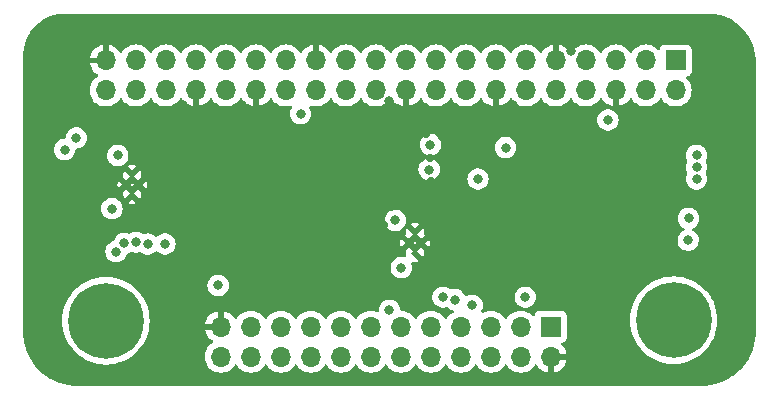
<source format=gbr>
%TF.GenerationSoftware,KiCad,Pcbnew,8.0.3*%
%TF.CreationDate,2024-07-11T22:16:14+02:00*%
%TF.ProjectId,HatV5,48617456-352e-46b6-9963-61645f706362,V2*%
%TF.SameCoordinates,Original*%
%TF.FileFunction,Copper,L3,Inr*%
%TF.FilePolarity,Positive*%
%FSLAX46Y46*%
G04 Gerber Fmt 4.6, Leading zero omitted, Abs format (unit mm)*
G04 Created by KiCad (PCBNEW 8.0.3) date 2024-07-11 22:16:14*
%MOMM*%
%LPD*%
G01*
G04 APERTURE LIST*
%TA.AperFunction,ComponentPad*%
%ADD10C,0.800000*%
%TD*%
%TA.AperFunction,ComponentPad*%
%ADD11C,6.400000*%
%TD*%
%TA.AperFunction,ComponentPad*%
%ADD12R,1.700000X1.700000*%
%TD*%
%TA.AperFunction,ComponentPad*%
%ADD13O,1.700000X1.700000*%
%TD*%
%TA.AperFunction,ComponentPad*%
%ADD14C,0.500000*%
%TD*%
%TA.AperFunction,ViaPad*%
%ADD15C,0.800000*%
%TD*%
%TA.AperFunction,ViaPad*%
%ADD16C,0.700000*%
%TD*%
G04 APERTURE END LIST*
D10*
%TO.N,N/C*%
%TO.C,H1*%
X113082400Y-111119400D03*
X113785344Y-109422344D03*
X113785344Y-112816456D03*
X115482400Y-108719400D03*
D11*
X115482400Y-111119400D03*
D10*
X115482400Y-113519400D03*
X117179456Y-109422344D03*
X117179456Y-112816456D03*
X117882400Y-111119400D03*
%TD*%
%TO.N,N/C*%
%TO.C,H2*%
X161140056Y-111064796D03*
X161843000Y-109367740D03*
X161843000Y-112761852D03*
X163540056Y-108664796D03*
D11*
X163540056Y-111064796D03*
D10*
X163540056Y-113464796D03*
X165237112Y-109367740D03*
X165237112Y-112761852D03*
X165940056Y-111064796D03*
%TD*%
D12*
%TO.N,+3V3*%
%TO.C,J5*%
X163722400Y-89079400D03*
D13*
%TO.N,+5V*%
X163722400Y-91619400D03*
%TO.N,/I2C_GP5_DAT*%
X161182400Y-89079400D03*
%TO.N,+5V*%
X161182400Y-91619400D03*
%TO.N,/I2C_GP5_CLK*%
X158642400Y-89079400D03*
%TO.N,GND*%
X158642400Y-91619400D03*
%TO.N,/MCLK05*%
X156102400Y-89079400D03*
%TO.N,/UART1_TX*%
X156102400Y-91619400D03*
%TO.N,GND*%
X153562400Y-89079400D03*
%TO.N,/UART1_RX*%
X153562400Y-91619400D03*
%TO.N,/UART1_RTS*%
X151022400Y-89079400D03*
%TO.N,/I2S2_CLK*%
X151022400Y-91619400D03*
%TO.N,/PWM01*%
X148482400Y-89079400D03*
%TO.N,GND*%
X148482400Y-91619400D03*
%TO.N,/GPIO27_PWM2*%
X145942400Y-89079400D03*
%TO.N,/GPIO8_AO_DMIC_IN_DAT*%
X145942400Y-91619400D03*
%TO.N,+3V3*%
X143402400Y-89079400D03*
%TO.N,/GPIO35_PWM3*%
X143402400Y-91619400D03*
%TO.N,/SPI1_MOSI*%
X140862400Y-89079400D03*
%TO.N,GND*%
X140862400Y-91619400D03*
%TO.N,/SPI1_MISO*%
X138322400Y-89079400D03*
%TO.N,/GPIO17_40HEADER*%
X138322400Y-91619400D03*
%TO.N,/SPI1_SCK*%
X135782400Y-89079400D03*
%TO.N,/SPI1_CS0*%
X135782400Y-91619400D03*
%TO.N,GND*%
X133242400Y-89079400D03*
%TO.N,/SPI1_CS1*%
X133242400Y-91619400D03*
%TO.N,/I2C_GP2_DAT*%
X130702400Y-89079400D03*
%TO.N,/I2C_GP2_CLK*%
X130702400Y-91619400D03*
%TO.N,/CAN0_DIN*%
X128162400Y-89079400D03*
%TO.N,GND*%
X128162400Y-91619400D03*
%TO.N,/CAN0_DOUT*%
X125622400Y-89079400D03*
%TO.N,/GPIO9_CAN1_GPIO0_DMIC_CLK*%
X125622400Y-91619400D03*
%TO.N,/CAN1_DOUT*%
X123082400Y-89079400D03*
%TO.N,GND*%
X123082400Y-91619400D03*
%TO.N,/I2S_FS*%
X120542400Y-89079400D03*
%TO.N,/UART1_CTS*%
X120542400Y-91619400D03*
%TO.N,/CAN1_DIN*%
X118002400Y-89079400D03*
%TO.N,/I2S_SDIN*%
X118002400Y-91619400D03*
%TO.N,GND*%
X115462400Y-89079400D03*
%TO.N,/I2S_SDOUT*%
X115462400Y-91619400D03*
%TD*%
D12*
%TO.N,+3V3*%
%TO.C,J6*%
X153142400Y-111619400D03*
D13*
%TO.N,GND*%
X153142400Y-114159400D03*
%TO.N,+5V*%
X150602400Y-111619400D03*
%TO.N,/PWM01*%
X150602400Y-114159400D03*
%TO.N,/GPIO35_PWM3*%
X148062400Y-111619400D03*
%TO.N,/GPIO27_PWM2*%
X148062400Y-114159400D03*
%TO.N,/GPIO9_CAN1_GPIO0_DMIC_CLK*%
X145522400Y-111619400D03*
%TO.N,/GPIO8_AO_DMIC_IN_DAT*%
X145522400Y-114159400D03*
%TO.N,/UART1_RTS*%
X142982400Y-111619400D03*
%TO.N,/UART1_TX*%
X142982400Y-114159400D03*
%TO.N,/UART1_CTS*%
X140442400Y-111619400D03*
%TO.N,/UART1_RX*%
X140442400Y-114159400D03*
%TO.N,/I2C_GP2_DAT*%
X137902400Y-111619400D03*
%TO.N,/I2C_GP2_CLK*%
X137902400Y-114159400D03*
%TO.N,/I2C_GP5_DAT*%
X135362400Y-111619400D03*
%TO.N,/I2C_GP5_CLK*%
X135362400Y-114159400D03*
%TO.N,/SPI1_SCK*%
X132822400Y-111619400D03*
%TO.N,/SPI1_MISO*%
X132822400Y-114159400D03*
%TO.N,/SPI1_CS1*%
X130282400Y-111619400D03*
%TO.N,/SPI1_MOSI*%
X130282400Y-114159400D03*
%TO.N,/SPI1_CS0*%
X127742400Y-111619400D03*
%TO.N,+5V*%
X127742400Y-114159400D03*
%TO.N,GND*%
X125202400Y-111619400D03*
%TO.N,+3V3*%
X125202400Y-114159400D03*
%TD*%
D14*
%TO.N,GND*%
%TO.C,U1*%
X117211800Y-99585000D03*
X117711800Y-98685000D03*
X117711800Y-100485000D03*
X118211800Y-99585000D03*
%TD*%
%TO.N,GND*%
%TO.C,U3*%
X141145400Y-104511200D03*
X141645400Y-103611200D03*
X141645400Y-105411200D03*
X142145400Y-104511200D03*
%TD*%
D15*
%TO.N,+5V*%
X124982400Y-108119400D03*
X150982400Y-109119400D03*
D16*
%TO.N,GND*%
X153393778Y-102290822D03*
X128120778Y-104830822D03*
D15*
X137772778Y-105846822D03*
X156982400Y-110619400D03*
D16*
X145482400Y-102119400D03*
X142903578Y-97312422D03*
X125201605Y-105061956D03*
D15*
X149982400Y-92876400D03*
X110644146Y-90263740D03*
D16*
X144376778Y-103052822D03*
X126469778Y-105211822D03*
D15*
X114982400Y-106619400D03*
X120482400Y-112619400D03*
X143482400Y-86119400D03*
D16*
X131676778Y-98607822D03*
D15*
X166982400Y-108119400D03*
D16*
X142595304Y-95322407D03*
X137982400Y-96119400D03*
D15*
X111482400Y-107619400D03*
D16*
X162482400Y-101119400D03*
X134470778Y-96702822D03*
X133962778Y-104957822D03*
X140566778Y-99369822D03*
X165482400Y-105619400D03*
D15*
X159642178Y-96525022D03*
X140982400Y-86119400D03*
X111265600Y-112579588D03*
D16*
X144122778Y-98607822D03*
X130914778Y-102417822D03*
X123802778Y-101782822D03*
D15*
X152250778Y-99573022D03*
D16*
X149482400Y-98619400D03*
X135232778Y-105135622D03*
D15*
X154282778Y-100436622D03*
D16*
X147805778Y-106862822D03*
X149026400Y-107415400D03*
D15*
X110757137Y-95517851D03*
D16*
X152377778Y-101020822D03*
X128628778Y-102036822D03*
X156314778Y-102417822D03*
X138993192Y-102975700D03*
X136629778Y-105110222D03*
D15*
X158067378Y-96601222D03*
X132982400Y-109119400D03*
X121482400Y-114119400D03*
D16*
X140982400Y-95619400D03*
D15*
X164482400Y-96119400D03*
D16*
X129644778Y-101020822D03*
X158482400Y-105119400D03*
X156982400Y-104619400D03*
D15*
X158982400Y-110619400D03*
X139482400Y-92526400D03*
X157385400Y-92876400D03*
D16*
X126723778Y-96448822D03*
D15*
X157965778Y-99877822D03*
D16*
X135838200Y-98485000D03*
D15*
X109982400Y-114119400D03*
D16*
X143919578Y-95585222D03*
X157711778Y-101655822D03*
X165850856Y-103339665D03*
D15*
X110982400Y-110619400D03*
D16*
X163982400Y-105619400D03*
X141836778Y-98988822D03*
X132565778Y-104449822D03*
X129771778Y-104195822D03*
D15*
X109982400Y-87119400D03*
X119482400Y-114619400D03*
X158982400Y-112619400D03*
X167482400Y-86619400D03*
D16*
X123929778Y-97718822D03*
X163843627Y-101138489D03*
D15*
X167482400Y-107119400D03*
D16*
X131168778Y-104195822D03*
X148482400Y-101782822D03*
D15*
X151982400Y-97119400D03*
D16*
X133962778Y-101782822D03*
X147482400Y-103619400D03*
X128374778Y-97083822D03*
X133024400Y-106653400D03*
D15*
X154282778Y-99014222D03*
X110982400Y-99119400D03*
D16*
X132946778Y-100512822D03*
X165482400Y-101119400D03*
X131168778Y-100512822D03*
D15*
X121982400Y-92876400D03*
D16*
X152482400Y-107119400D03*
X132438778Y-102290822D03*
D15*
X159642178Y-97896622D03*
X168482400Y-88619400D03*
D16*
X135994778Y-96245622D03*
X133327778Y-97718822D03*
D15*
X167482400Y-109119400D03*
X158118178Y-97947422D03*
D16*
X148694778Y-100004822D03*
X125072778Y-96702822D03*
D15*
X150599778Y-98226822D03*
D16*
X166334145Y-102113222D03*
X136613462Y-106677871D03*
D15*
X110982400Y-115119400D03*
D16*
X165982400Y-104619400D03*
D15*
X110982400Y-101619400D03*
D16*
X134343778Y-99877822D03*
D15*
X113482400Y-107119400D03*
D16*
X160540363Y-105242545D03*
D15*
X135482400Y-109119400D03*
D16*
X154917778Y-102392422D03*
X124691778Y-103306822D03*
D15*
X165482400Y-95119400D03*
D16*
X162482400Y-105619400D03*
D15*
X126982400Y-92876400D03*
D16*
X129898778Y-98480822D03*
D15*
X156238578Y-100487422D03*
D16*
X128501778Y-99544000D03*
X139423778Y-100258822D03*
D15*
X110700642Y-92919044D03*
X155482400Y-114119400D03*
X168482400Y-90619400D03*
D16*
X143030578Y-99319022D03*
D15*
X154895051Y-88276400D03*
X156187778Y-99039622D03*
X134482400Y-87876400D03*
D16*
X122431178Y-101224022D03*
D15*
X113982400Y-105619400D03*
D16*
X139239425Y-95513201D03*
D15*
X139482400Y-87876400D03*
D16*
X139577200Y-101528822D03*
X150853778Y-107370822D03*
D15*
X152758778Y-104449822D03*
%TO.N,/I2C_GP5_DAT*%
X144012349Y-109119400D03*
%TO.N,/I2C_GP5_CLK*%
X145012352Y-109319400D03*
%TO.N,/UART1_TX*%
X165482400Y-98119400D03*
%TO.N,/UART1_RX*%
X165482400Y-97119400D03*
X157982400Y-94119400D03*
%TO.N,/GPIO8_AO_DMIC_IN_DAT*%
X165482400Y-99119400D03*
%TO.N,/GPIO35_PWM3*%
X139482400Y-110219400D03*
X146982400Y-99119400D03*
X149315674Y-96452673D03*
X146482400Y-109819400D03*
%TO.N,/SPI1_MOSI*%
X117040550Y-104561250D03*
%TO.N,/SPI1_MISO*%
X119023990Y-104625994D03*
%TO.N,/SPI1_SCK*%
X120482400Y-104619400D03*
%TO.N,/SPI1_CS0*%
X111981789Y-96620011D03*
X131962425Y-93599425D03*
X116333441Y-105268359D03*
%TO.N,/SPI1_CS1*%
X118036325Y-104469400D03*
X112971739Y-95630061D03*
%TO.N,/CAN0_DIN*%
X116482400Y-97119400D03*
%TO.N,/CAN0_DOUT*%
X115982400Y-101619400D03*
%TO.N,/CAN1_DOUT*%
X140482400Y-106619400D03*
%TO.N,/CAN1_DIN*%
X139982400Y-102619400D03*
%TO.N,/CAN BUS 0/CH0+*%
X142841800Y-98314000D03*
%TO.N,/CAN BUS 0/CH0-*%
X142943400Y-96205800D03*
%TO.N,/CAN BUS 1/CH1+*%
X164784056Y-104304865D03*
%TO.N,/CAN BUS 1/CH1-*%
X164809456Y-102455365D03*
%TD*%
%TA.AperFunction,Conductor*%
%TO.N,GND*%
G36*
X166483133Y-85119408D02*
G01*
X166673477Y-85121743D01*
X166684081Y-85122330D01*
X167063624Y-85159712D01*
X167075649Y-85161496D01*
X167448927Y-85235745D01*
X167460729Y-85238701D01*
X167824944Y-85349185D01*
X167836402Y-85353285D01*
X168188027Y-85498932D01*
X168199026Y-85504134D01*
X168534682Y-85683547D01*
X168545113Y-85689799D01*
X168861569Y-85901249D01*
X168871342Y-85908497D01*
X169151577Y-86138479D01*
X169165548Y-86149944D01*
X169174565Y-86158117D01*
X169443682Y-86427234D01*
X169451855Y-86436251D01*
X169693302Y-86730457D01*
X169700550Y-86740230D01*
X169912000Y-87056686D01*
X169918256Y-87067124D01*
X170097664Y-87402772D01*
X170102867Y-87413772D01*
X170248514Y-87765397D01*
X170252614Y-87776855D01*
X170363098Y-88141070D01*
X170366054Y-88152874D01*
X170440302Y-88526144D01*
X170442088Y-88538181D01*
X170479468Y-88917704D01*
X170480056Y-88928337D01*
X170482391Y-89118666D01*
X170482400Y-89120187D01*
X170482400Y-112118660D01*
X170482392Y-112120092D01*
X170480056Y-112322326D01*
X170479535Y-112332335D01*
X170442156Y-112735723D01*
X170440574Y-112747067D01*
X170366262Y-113144600D01*
X170363639Y-113155749D01*
X170252973Y-113544702D01*
X170249334Y-113555562D01*
X170103238Y-113932678D01*
X170098611Y-113943155D01*
X169918360Y-114305150D01*
X169912787Y-114315157D01*
X169699888Y-114658999D01*
X169693415Y-114668448D01*
X169449704Y-114991174D01*
X169442387Y-114999985D01*
X169169942Y-115298843D01*
X169161843Y-115306942D01*
X168862985Y-115579387D01*
X168854174Y-115586704D01*
X168531448Y-115830415D01*
X168521999Y-115836888D01*
X168178157Y-116049787D01*
X168168150Y-116055360D01*
X167806155Y-116235611D01*
X167795678Y-116240238D01*
X167418562Y-116386334D01*
X167407702Y-116389973D01*
X167018749Y-116500639D01*
X167007600Y-116503262D01*
X166610067Y-116577574D01*
X166598723Y-116579156D01*
X166195335Y-116616535D01*
X166185326Y-116617056D01*
X165983093Y-116619392D01*
X165981661Y-116619400D01*
X112983139Y-116619400D01*
X112981707Y-116619392D01*
X112779473Y-116617056D01*
X112769464Y-116616535D01*
X112366076Y-116579156D01*
X112354732Y-116577574D01*
X111957199Y-116503262D01*
X111946050Y-116500639D01*
X111557097Y-116389973D01*
X111546237Y-116386334D01*
X111169121Y-116240238D01*
X111158644Y-116235611D01*
X110796649Y-116055360D01*
X110786642Y-116049787D01*
X110442800Y-115836888D01*
X110433351Y-115830415D01*
X110110625Y-115586704D01*
X110101814Y-115579387D01*
X110008655Y-115494461D01*
X109802951Y-115306937D01*
X109794857Y-115298843D01*
X109702833Y-115197898D01*
X109522408Y-114999980D01*
X109515095Y-114991174D01*
X109271384Y-114668448D01*
X109264911Y-114658999D01*
X109101327Y-114394803D01*
X109052007Y-114315148D01*
X109046444Y-114305160D01*
X108866184Y-113943147D01*
X108861561Y-113932678D01*
X108858194Y-113923986D01*
X108715461Y-113555551D01*
X108711829Y-113544713D01*
X108601160Y-113155749D01*
X108598537Y-113144600D01*
X108572305Y-113004273D01*
X108524223Y-112747054D01*
X108522644Y-112735736D01*
X108485263Y-112332331D01*
X108484743Y-112322326D01*
X108482408Y-112120092D01*
X108482400Y-112118660D01*
X108482400Y-111119399D01*
X111776822Y-111119399D01*
X111776822Y-111119400D01*
X111797122Y-111506739D01*
X111834922Y-111745400D01*
X111857798Y-111889833D01*
X111958072Y-112264063D01*
X111958188Y-112264494D01*
X112097187Y-112626597D01*
X112273277Y-112972193D01*
X112484522Y-113297482D01*
X112684404Y-113544315D01*
X112728619Y-113598916D01*
X113002884Y-113873181D01*
X113170775Y-114009137D01*
X113304317Y-114117277D01*
X113593632Y-114305160D01*
X113629611Y-114328525D01*
X113975206Y-114504614D01*
X114337313Y-114643614D01*
X114711967Y-114744002D01*
X115095062Y-114804678D01*
X115460976Y-114823855D01*
X115482399Y-114824978D01*
X115482400Y-114824978D01*
X115482401Y-114824978D01*
X115502701Y-114823914D01*
X115869738Y-114804678D01*
X116252833Y-114744002D01*
X116627487Y-114643614D01*
X116989594Y-114504614D01*
X117335189Y-114328525D01*
X117595620Y-114159399D01*
X123846741Y-114159399D01*
X123846741Y-114159400D01*
X123867336Y-114394803D01*
X123867338Y-114394813D01*
X123928494Y-114623055D01*
X123928496Y-114623059D01*
X123928497Y-114623063D01*
X124008404Y-114794423D01*
X124028365Y-114837230D01*
X124028367Y-114837234D01*
X124136158Y-114991174D01*
X124163905Y-115030801D01*
X124330999Y-115197895D01*
X124427784Y-115265665D01*
X124524565Y-115333432D01*
X124524567Y-115333433D01*
X124524570Y-115333435D01*
X124738737Y-115433303D01*
X124966992Y-115494463D01*
X125155318Y-115510939D01*
X125202399Y-115515059D01*
X125202400Y-115515059D01*
X125202401Y-115515059D01*
X125241634Y-115511626D01*
X125437808Y-115494463D01*
X125666063Y-115433303D01*
X125880230Y-115333435D01*
X126073801Y-115197895D01*
X126240895Y-115030801D01*
X126370825Y-114845242D01*
X126425402Y-114801617D01*
X126494900Y-114794423D01*
X126557255Y-114825946D01*
X126573975Y-114845242D01*
X126703900Y-115030795D01*
X126703905Y-115030801D01*
X126870999Y-115197895D01*
X126967784Y-115265665D01*
X127064565Y-115333432D01*
X127064567Y-115333433D01*
X127064570Y-115333435D01*
X127278737Y-115433303D01*
X127506992Y-115494463D01*
X127695318Y-115510939D01*
X127742399Y-115515059D01*
X127742400Y-115515059D01*
X127742401Y-115515059D01*
X127781634Y-115511626D01*
X127977808Y-115494463D01*
X128206063Y-115433303D01*
X128420230Y-115333435D01*
X128613801Y-115197895D01*
X128780895Y-115030801D01*
X128910825Y-114845242D01*
X128965402Y-114801617D01*
X129034900Y-114794423D01*
X129097255Y-114825946D01*
X129113975Y-114845242D01*
X129243900Y-115030795D01*
X129243905Y-115030801D01*
X129410999Y-115197895D01*
X129507784Y-115265665D01*
X129604565Y-115333432D01*
X129604567Y-115333433D01*
X129604570Y-115333435D01*
X129818737Y-115433303D01*
X130046992Y-115494463D01*
X130235318Y-115510939D01*
X130282399Y-115515059D01*
X130282400Y-115515059D01*
X130282401Y-115515059D01*
X130321634Y-115511626D01*
X130517808Y-115494463D01*
X130746063Y-115433303D01*
X130960230Y-115333435D01*
X131153801Y-115197895D01*
X131320895Y-115030801D01*
X131450825Y-114845242D01*
X131505402Y-114801617D01*
X131574900Y-114794423D01*
X131637255Y-114825946D01*
X131653975Y-114845242D01*
X131783900Y-115030795D01*
X131783905Y-115030801D01*
X131950999Y-115197895D01*
X132047784Y-115265665D01*
X132144565Y-115333432D01*
X132144567Y-115333433D01*
X132144570Y-115333435D01*
X132358737Y-115433303D01*
X132586992Y-115494463D01*
X132775318Y-115510939D01*
X132822399Y-115515059D01*
X132822400Y-115515059D01*
X132822401Y-115515059D01*
X132861634Y-115511626D01*
X133057808Y-115494463D01*
X133286063Y-115433303D01*
X133500230Y-115333435D01*
X133693801Y-115197895D01*
X133860895Y-115030801D01*
X133990825Y-114845242D01*
X134045402Y-114801617D01*
X134114900Y-114794423D01*
X134177255Y-114825946D01*
X134193975Y-114845242D01*
X134323900Y-115030795D01*
X134323905Y-115030801D01*
X134490999Y-115197895D01*
X134587784Y-115265665D01*
X134684565Y-115333432D01*
X134684567Y-115333433D01*
X134684570Y-115333435D01*
X134898737Y-115433303D01*
X135126992Y-115494463D01*
X135315318Y-115510939D01*
X135362399Y-115515059D01*
X135362400Y-115515059D01*
X135362401Y-115515059D01*
X135401634Y-115511626D01*
X135597808Y-115494463D01*
X135826063Y-115433303D01*
X136040230Y-115333435D01*
X136233801Y-115197895D01*
X136400895Y-115030801D01*
X136530825Y-114845242D01*
X136585402Y-114801617D01*
X136654900Y-114794423D01*
X136717255Y-114825946D01*
X136733975Y-114845242D01*
X136863900Y-115030795D01*
X136863905Y-115030801D01*
X137030999Y-115197895D01*
X137127784Y-115265665D01*
X137224565Y-115333432D01*
X137224567Y-115333433D01*
X137224570Y-115333435D01*
X137438737Y-115433303D01*
X137666992Y-115494463D01*
X137855318Y-115510939D01*
X137902399Y-115515059D01*
X137902400Y-115515059D01*
X137902401Y-115515059D01*
X137941634Y-115511626D01*
X138137808Y-115494463D01*
X138366063Y-115433303D01*
X138580230Y-115333435D01*
X138773801Y-115197895D01*
X138940895Y-115030801D01*
X139070825Y-114845242D01*
X139125402Y-114801617D01*
X139194900Y-114794423D01*
X139257255Y-114825946D01*
X139273975Y-114845242D01*
X139403900Y-115030795D01*
X139403905Y-115030801D01*
X139570999Y-115197895D01*
X139667784Y-115265665D01*
X139764565Y-115333432D01*
X139764567Y-115333433D01*
X139764570Y-115333435D01*
X139978737Y-115433303D01*
X140206992Y-115494463D01*
X140395318Y-115510939D01*
X140442399Y-115515059D01*
X140442400Y-115515059D01*
X140442401Y-115515059D01*
X140481634Y-115511626D01*
X140677808Y-115494463D01*
X140906063Y-115433303D01*
X141120230Y-115333435D01*
X141313801Y-115197895D01*
X141480895Y-115030801D01*
X141610825Y-114845242D01*
X141665402Y-114801617D01*
X141734900Y-114794423D01*
X141797255Y-114825946D01*
X141813975Y-114845242D01*
X141943900Y-115030795D01*
X141943905Y-115030801D01*
X142110999Y-115197895D01*
X142207784Y-115265665D01*
X142304565Y-115333432D01*
X142304567Y-115333433D01*
X142304570Y-115333435D01*
X142518737Y-115433303D01*
X142746992Y-115494463D01*
X142935318Y-115510939D01*
X142982399Y-115515059D01*
X142982400Y-115515059D01*
X142982401Y-115515059D01*
X143021634Y-115511626D01*
X143217808Y-115494463D01*
X143446063Y-115433303D01*
X143660230Y-115333435D01*
X143853801Y-115197895D01*
X144020895Y-115030801D01*
X144150825Y-114845242D01*
X144205402Y-114801617D01*
X144274900Y-114794423D01*
X144337255Y-114825946D01*
X144353975Y-114845242D01*
X144483900Y-115030795D01*
X144483905Y-115030801D01*
X144650999Y-115197895D01*
X144747784Y-115265665D01*
X144844565Y-115333432D01*
X144844567Y-115333433D01*
X144844570Y-115333435D01*
X145058737Y-115433303D01*
X145286992Y-115494463D01*
X145475318Y-115510939D01*
X145522399Y-115515059D01*
X145522400Y-115515059D01*
X145522401Y-115515059D01*
X145561634Y-115511626D01*
X145757808Y-115494463D01*
X145986063Y-115433303D01*
X146200230Y-115333435D01*
X146393801Y-115197895D01*
X146560895Y-115030801D01*
X146690825Y-114845242D01*
X146745402Y-114801617D01*
X146814900Y-114794423D01*
X146877255Y-114825946D01*
X146893975Y-114845242D01*
X147023900Y-115030795D01*
X147023905Y-115030801D01*
X147190999Y-115197895D01*
X147287784Y-115265665D01*
X147384565Y-115333432D01*
X147384567Y-115333433D01*
X147384570Y-115333435D01*
X147598737Y-115433303D01*
X147826992Y-115494463D01*
X148015318Y-115510939D01*
X148062399Y-115515059D01*
X148062400Y-115515059D01*
X148062401Y-115515059D01*
X148101634Y-115511626D01*
X148297808Y-115494463D01*
X148526063Y-115433303D01*
X148740230Y-115333435D01*
X148933801Y-115197895D01*
X149100895Y-115030801D01*
X149230825Y-114845242D01*
X149285402Y-114801617D01*
X149354900Y-114794423D01*
X149417255Y-114825946D01*
X149433975Y-114845242D01*
X149563900Y-115030795D01*
X149563905Y-115030801D01*
X149730999Y-115197895D01*
X149827784Y-115265665D01*
X149924565Y-115333432D01*
X149924567Y-115333433D01*
X149924570Y-115333435D01*
X150138737Y-115433303D01*
X150366992Y-115494463D01*
X150555318Y-115510939D01*
X150602399Y-115515059D01*
X150602400Y-115515059D01*
X150602401Y-115515059D01*
X150641634Y-115511626D01*
X150837808Y-115494463D01*
X151066063Y-115433303D01*
X151280230Y-115333435D01*
X151473801Y-115197895D01*
X151640895Y-115030801D01*
X151771130Y-114844805D01*
X151825707Y-114801181D01*
X151895205Y-114793987D01*
X151957560Y-114825510D01*
X151974279Y-114844805D01*
X152104290Y-115030478D01*
X152271317Y-115197505D01*
X152464821Y-115333000D01*
X152678907Y-115432829D01*
X152678916Y-115432833D01*
X152892400Y-115490034D01*
X152892400Y-114592412D01*
X152949407Y-114625325D01*
X153076574Y-114659400D01*
X153208226Y-114659400D01*
X153335393Y-114625325D01*
X153392400Y-114592412D01*
X153392400Y-115490033D01*
X153605883Y-115432833D01*
X153605892Y-115432829D01*
X153819978Y-115333000D01*
X154013482Y-115197505D01*
X154180505Y-115030482D01*
X154316000Y-114836978D01*
X154415829Y-114622892D01*
X154415832Y-114622886D01*
X154473036Y-114409400D01*
X153575412Y-114409400D01*
X153608325Y-114352393D01*
X153642400Y-114225226D01*
X153642400Y-114093574D01*
X153608325Y-113966407D01*
X153575412Y-113909400D01*
X154473036Y-113909400D01*
X154473035Y-113909399D01*
X154415832Y-113695913D01*
X154415829Y-113695907D01*
X154316000Y-113481822D01*
X154315999Y-113481820D01*
X154180513Y-113288326D01*
X154180508Y-113288320D01*
X154058453Y-113166265D01*
X154024968Y-113104942D01*
X154029952Y-113035250D01*
X154071824Y-112979317D01*
X154102800Y-112962402D01*
X154222953Y-112917589D01*
X154234726Y-112913198D01*
X154234726Y-112913197D01*
X154234731Y-112913196D01*
X154349946Y-112826946D01*
X154436196Y-112711731D01*
X154486491Y-112576883D01*
X154492900Y-112517273D01*
X154492899Y-111064795D01*
X159834478Y-111064795D01*
X159834478Y-111064796D01*
X159854778Y-111452135D01*
X159911837Y-111812393D01*
X159915454Y-111835229D01*
X159930083Y-111889827D01*
X160015844Y-112209890D01*
X160154843Y-112571993D01*
X160330933Y-112917589D01*
X160542178Y-113242878D01*
X160578980Y-113288324D01*
X160786275Y-113544312D01*
X161060540Y-113818577D01*
X161127970Y-113873181D01*
X161361973Y-114062673D01*
X161510920Y-114159400D01*
X161687267Y-114273921D01*
X162032862Y-114450010D01*
X162394969Y-114589010D01*
X162769623Y-114689398D01*
X163152718Y-114750074D01*
X163518632Y-114769251D01*
X163540055Y-114770374D01*
X163540056Y-114770374D01*
X163540057Y-114770374D01*
X163560357Y-114769310D01*
X163927394Y-114750074D01*
X164310489Y-114689398D01*
X164685143Y-114589010D01*
X165047250Y-114450010D01*
X165392845Y-114273921D01*
X165718140Y-114062672D01*
X166019572Y-113818577D01*
X166293837Y-113544312D01*
X166537932Y-113242880D01*
X166749181Y-112917585D01*
X166925270Y-112571990D01*
X167064270Y-112209883D01*
X167164658Y-111835229D01*
X167225334Y-111452134D01*
X167245634Y-111064796D01*
X167225334Y-110677458D01*
X167164658Y-110294363D01*
X167064270Y-109919709D01*
X166925270Y-109557602D01*
X166749181Y-109212007D01*
X166706648Y-109146512D01*
X166537933Y-108886713D01*
X166338051Y-108639880D01*
X166293837Y-108585280D01*
X166019572Y-108311015D01*
X165905820Y-108218900D01*
X165718138Y-108066918D01*
X165392849Y-107855673D01*
X165047253Y-107679583D01*
X164685150Y-107540584D01*
X164685143Y-107540582D01*
X164310489Y-107440194D01*
X164310485Y-107440193D01*
X164310484Y-107440193D01*
X163927395Y-107379518D01*
X163540057Y-107359218D01*
X163540055Y-107359218D01*
X163152716Y-107379518D01*
X162769628Y-107440193D01*
X162769626Y-107440193D01*
X162394961Y-107540584D01*
X162032858Y-107679583D01*
X161687262Y-107855673D01*
X161361973Y-108066918D01*
X161060544Y-108311011D01*
X161060536Y-108311018D01*
X160786278Y-108585276D01*
X160786271Y-108585284D01*
X160542178Y-108886713D01*
X160330933Y-109212002D01*
X160154843Y-109557598D01*
X160015844Y-109919701D01*
X159915453Y-110294366D01*
X159915453Y-110294368D01*
X159854778Y-110677456D01*
X159834478Y-111064795D01*
X154492899Y-111064795D01*
X154492899Y-110721528D01*
X154486491Y-110661917D01*
X154485210Y-110658483D01*
X154436197Y-110527071D01*
X154436193Y-110527064D01*
X154349947Y-110411855D01*
X154349944Y-110411852D01*
X154234735Y-110325606D01*
X154234728Y-110325602D01*
X154099882Y-110275308D01*
X154099883Y-110275308D01*
X154040283Y-110268901D01*
X154040281Y-110268900D01*
X154040273Y-110268900D01*
X154040264Y-110268900D01*
X152244529Y-110268900D01*
X152244523Y-110268901D01*
X152184916Y-110275308D01*
X152050071Y-110325602D01*
X152050064Y-110325606D01*
X151934855Y-110411852D01*
X151934852Y-110411855D01*
X151848606Y-110527064D01*
X151848603Y-110527069D01*
X151799589Y-110658483D01*
X151757717Y-110714416D01*
X151692253Y-110738833D01*
X151623980Y-110723981D01*
X151595726Y-110702830D01*
X151473802Y-110580906D01*
X151473795Y-110580901D01*
X151280234Y-110445367D01*
X151280230Y-110445365D01*
X151229997Y-110421941D01*
X151066063Y-110345497D01*
X151066059Y-110345496D01*
X151066055Y-110345494D01*
X150837813Y-110284338D01*
X150837803Y-110284336D01*
X150602401Y-110263741D01*
X150602399Y-110263741D01*
X150366996Y-110284336D01*
X150366986Y-110284338D01*
X150138744Y-110345494D01*
X150138735Y-110345498D01*
X149924571Y-110445364D01*
X149924569Y-110445365D01*
X149730997Y-110580905D01*
X149563905Y-110747997D01*
X149433975Y-110933558D01*
X149379398Y-110977183D01*
X149309900Y-110984377D01*
X149247545Y-110952854D01*
X149230825Y-110933558D01*
X149100894Y-110747997D01*
X148933802Y-110580906D01*
X148933795Y-110580901D01*
X148740234Y-110445367D01*
X148740230Y-110445365D01*
X148689997Y-110421941D01*
X148526063Y-110345497D01*
X148526059Y-110345496D01*
X148526055Y-110345494D01*
X148297813Y-110284338D01*
X148297803Y-110284336D01*
X148062401Y-110263741D01*
X148062399Y-110263741D01*
X147826996Y-110284336D01*
X147826986Y-110284338D01*
X147598744Y-110345494D01*
X147598730Y-110345499D01*
X147434800Y-110421941D01*
X147365723Y-110432433D01*
X147301939Y-110403913D01*
X147263700Y-110345436D01*
X147263146Y-110275569D01*
X147275004Y-110247569D01*
X147309579Y-110187684D01*
X147368074Y-110007656D01*
X147387860Y-109819400D01*
X147368074Y-109631144D01*
X147309579Y-109451116D01*
X147214933Y-109287184D01*
X147088271Y-109146512D01*
X147088270Y-109146511D01*
X147050955Y-109119400D01*
X150076940Y-109119400D01*
X150096726Y-109307656D01*
X150096727Y-109307659D01*
X150155218Y-109487677D01*
X150155221Y-109487684D01*
X150249867Y-109651616D01*
X150281893Y-109687184D01*
X150376529Y-109792288D01*
X150529665Y-109903548D01*
X150529670Y-109903551D01*
X150702592Y-109980542D01*
X150702597Y-109980544D01*
X150887754Y-110019900D01*
X150887755Y-110019900D01*
X151077044Y-110019900D01*
X151077046Y-110019900D01*
X151262203Y-109980544D01*
X151435130Y-109903551D01*
X151588271Y-109792288D01*
X151714933Y-109651616D01*
X151809579Y-109487684D01*
X151868074Y-109307656D01*
X151887860Y-109119400D01*
X151868074Y-108931144D01*
X151809579Y-108751116D01*
X151714933Y-108587184D01*
X151588271Y-108446512D01*
X151588270Y-108446511D01*
X151435134Y-108335251D01*
X151435129Y-108335248D01*
X151262207Y-108258257D01*
X151262202Y-108258255D01*
X151116401Y-108227265D01*
X151077046Y-108218900D01*
X150887754Y-108218900D01*
X150855297Y-108225798D01*
X150702597Y-108258255D01*
X150702592Y-108258257D01*
X150529670Y-108335248D01*
X150529665Y-108335251D01*
X150376529Y-108446511D01*
X150249866Y-108587185D01*
X150155221Y-108751115D01*
X150155218Y-108751122D01*
X150100704Y-108918900D01*
X150096726Y-108931144D01*
X150076940Y-109119400D01*
X147050955Y-109119400D01*
X146935134Y-109035251D01*
X146935129Y-109035248D01*
X146762207Y-108958257D01*
X146762202Y-108958255D01*
X146616401Y-108927265D01*
X146577046Y-108918900D01*
X146387754Y-108918900D01*
X146355297Y-108925798D01*
X146202597Y-108958255D01*
X146202592Y-108958257D01*
X146029671Y-109035248D01*
X146025185Y-109037838D01*
X145957283Y-109054303D01*
X145891259Y-109031444D01*
X145848074Y-108976518D01*
X145845265Y-108968763D01*
X145839532Y-108951119D01*
X145839531Y-108951118D01*
X145839531Y-108951116D01*
X145744885Y-108787184D01*
X145618223Y-108646512D01*
X145609106Y-108639888D01*
X145465086Y-108535251D01*
X145465081Y-108535248D01*
X145292159Y-108458257D01*
X145292154Y-108458255D01*
X145146353Y-108427265D01*
X145106998Y-108418900D01*
X144917706Y-108418900D01*
X144878351Y-108427265D01*
X144732550Y-108458255D01*
X144726366Y-108460265D01*
X144725564Y-108457797D01*
X144667746Y-108465507D01*
X144613764Y-108443274D01*
X144465083Y-108335251D01*
X144465078Y-108335248D01*
X144292156Y-108258257D01*
X144292151Y-108258255D01*
X144146350Y-108227265D01*
X144106995Y-108218900D01*
X143917703Y-108218900D01*
X143885246Y-108225798D01*
X143732546Y-108258255D01*
X143732541Y-108258257D01*
X143559619Y-108335248D01*
X143559614Y-108335251D01*
X143406478Y-108446511D01*
X143279815Y-108587185D01*
X143185170Y-108751115D01*
X143185167Y-108751122D01*
X143130653Y-108918900D01*
X143126675Y-108931144D01*
X143106889Y-109119400D01*
X143126675Y-109307656D01*
X143126676Y-109307659D01*
X143185167Y-109487677D01*
X143185170Y-109487684D01*
X143279816Y-109651616D01*
X143311842Y-109687184D01*
X143406478Y-109792288D01*
X143559614Y-109903548D01*
X143559619Y-109903551D01*
X143732541Y-109980542D01*
X143732546Y-109980544D01*
X143917703Y-110019900D01*
X143917704Y-110019900D01*
X144106993Y-110019900D01*
X144106995Y-110019900D01*
X144292152Y-109980544D01*
X144292162Y-109980539D01*
X144298331Y-109978536D01*
X144299138Y-109981020D01*
X144356857Y-109973277D01*
X144410936Y-109995525D01*
X144559617Y-110103548D01*
X144559622Y-110103551D01*
X144732544Y-110180542D01*
X144732549Y-110180544D01*
X144837092Y-110202765D01*
X144898573Y-110235957D01*
X144932350Y-110297120D01*
X144927698Y-110366835D01*
X144886094Y-110422967D01*
X144863717Y-110436437D01*
X144844568Y-110445366D01*
X144650997Y-110580905D01*
X144483905Y-110747997D01*
X144353975Y-110933558D01*
X144299398Y-110977183D01*
X144229900Y-110984377D01*
X144167545Y-110952854D01*
X144150825Y-110933558D01*
X144020894Y-110747997D01*
X143853802Y-110580906D01*
X143853795Y-110580901D01*
X143660234Y-110445367D01*
X143660230Y-110445365D01*
X143609997Y-110421941D01*
X143446063Y-110345497D01*
X143446059Y-110345496D01*
X143446055Y-110345494D01*
X143217813Y-110284338D01*
X143217803Y-110284336D01*
X142982401Y-110263741D01*
X142982399Y-110263741D01*
X142746996Y-110284336D01*
X142746986Y-110284338D01*
X142518744Y-110345494D01*
X142518735Y-110345498D01*
X142304571Y-110445364D01*
X142304569Y-110445365D01*
X142110997Y-110580905D01*
X141943905Y-110747997D01*
X141813975Y-110933558D01*
X141759398Y-110977183D01*
X141689900Y-110984377D01*
X141627545Y-110952854D01*
X141610825Y-110933558D01*
X141480894Y-110747997D01*
X141313802Y-110580906D01*
X141313795Y-110580901D01*
X141120234Y-110445367D01*
X141120230Y-110445365D01*
X141069997Y-110421941D01*
X140906063Y-110345497D01*
X140906059Y-110345496D01*
X140906055Y-110345494D01*
X140677813Y-110284338D01*
X140677803Y-110284336D01*
X140493885Y-110268245D01*
X140428816Y-110242792D01*
X140387838Y-110186201D01*
X140381373Y-110157685D01*
X140368074Y-110031144D01*
X140309579Y-109851116D01*
X140214933Y-109687184D01*
X140088271Y-109546512D01*
X140088270Y-109546511D01*
X139935134Y-109435251D01*
X139935129Y-109435248D01*
X139762207Y-109358257D01*
X139762202Y-109358255D01*
X139616401Y-109327265D01*
X139577046Y-109318900D01*
X139387754Y-109318900D01*
X139355297Y-109325798D01*
X139202597Y-109358255D01*
X139202592Y-109358257D01*
X139029670Y-109435248D01*
X139029665Y-109435251D01*
X138876529Y-109546511D01*
X138749866Y-109687185D01*
X138655221Y-109851115D01*
X138655218Y-109851122D01*
X138604292Y-110007858D01*
X138596726Y-110031144D01*
X138589116Y-110103551D01*
X138576940Y-110219400D01*
X138578835Y-110237430D01*
X138566265Y-110306159D01*
X138518533Y-110357183D01*
X138450792Y-110374300D01*
X138403109Y-110362772D01*
X138366063Y-110345497D01*
X138366059Y-110345496D01*
X138366055Y-110345494D01*
X138137813Y-110284338D01*
X138137803Y-110284336D01*
X137902401Y-110263741D01*
X137902399Y-110263741D01*
X137666996Y-110284336D01*
X137666986Y-110284338D01*
X137438744Y-110345494D01*
X137438735Y-110345498D01*
X137224571Y-110445364D01*
X137224569Y-110445365D01*
X137030997Y-110580905D01*
X136863905Y-110747997D01*
X136733975Y-110933558D01*
X136679398Y-110977183D01*
X136609900Y-110984377D01*
X136547545Y-110952854D01*
X136530825Y-110933558D01*
X136400894Y-110747997D01*
X136233802Y-110580906D01*
X136233795Y-110580901D01*
X136040234Y-110445367D01*
X136040230Y-110445365D01*
X135989997Y-110421941D01*
X135826063Y-110345497D01*
X135826059Y-110345496D01*
X135826055Y-110345494D01*
X135597813Y-110284338D01*
X135597803Y-110284336D01*
X135362401Y-110263741D01*
X135362399Y-110263741D01*
X135126996Y-110284336D01*
X135126986Y-110284338D01*
X134898744Y-110345494D01*
X134898735Y-110345498D01*
X134684571Y-110445364D01*
X134684569Y-110445365D01*
X134490997Y-110580905D01*
X134323905Y-110747997D01*
X134193975Y-110933558D01*
X134139398Y-110977183D01*
X134069900Y-110984377D01*
X134007545Y-110952854D01*
X133990825Y-110933558D01*
X133860894Y-110747997D01*
X133693802Y-110580906D01*
X133693795Y-110580901D01*
X133500234Y-110445367D01*
X133500230Y-110445365D01*
X133449997Y-110421941D01*
X133286063Y-110345497D01*
X133286059Y-110345496D01*
X133286055Y-110345494D01*
X133057813Y-110284338D01*
X133057803Y-110284336D01*
X132822401Y-110263741D01*
X132822399Y-110263741D01*
X132586996Y-110284336D01*
X132586986Y-110284338D01*
X132358744Y-110345494D01*
X132358735Y-110345498D01*
X132144571Y-110445364D01*
X132144569Y-110445365D01*
X131950997Y-110580905D01*
X131783905Y-110747997D01*
X131653975Y-110933558D01*
X131599398Y-110977183D01*
X131529900Y-110984377D01*
X131467545Y-110952854D01*
X131450825Y-110933558D01*
X131320894Y-110747997D01*
X131153802Y-110580906D01*
X131153795Y-110580901D01*
X130960234Y-110445367D01*
X130960230Y-110445365D01*
X130909997Y-110421941D01*
X130746063Y-110345497D01*
X130746059Y-110345496D01*
X130746055Y-110345494D01*
X130517813Y-110284338D01*
X130517803Y-110284336D01*
X130282401Y-110263741D01*
X130282399Y-110263741D01*
X130046996Y-110284336D01*
X130046986Y-110284338D01*
X129818744Y-110345494D01*
X129818735Y-110345498D01*
X129604571Y-110445364D01*
X129604569Y-110445365D01*
X129410997Y-110580905D01*
X129243905Y-110747997D01*
X129113975Y-110933558D01*
X129059398Y-110977183D01*
X128989900Y-110984377D01*
X128927545Y-110952854D01*
X128910825Y-110933558D01*
X128780894Y-110747997D01*
X128613802Y-110580906D01*
X128613795Y-110580901D01*
X128420234Y-110445367D01*
X128420230Y-110445365D01*
X128369997Y-110421941D01*
X128206063Y-110345497D01*
X128206059Y-110345496D01*
X128206055Y-110345494D01*
X127977813Y-110284338D01*
X127977803Y-110284336D01*
X127742401Y-110263741D01*
X127742399Y-110263741D01*
X127506996Y-110284336D01*
X127506986Y-110284338D01*
X127278744Y-110345494D01*
X127278735Y-110345498D01*
X127064571Y-110445364D01*
X127064569Y-110445365D01*
X126870997Y-110580905D01*
X126703908Y-110747994D01*
X126573669Y-110933995D01*
X126519092Y-110977619D01*
X126449593Y-110984812D01*
X126387239Y-110953290D01*
X126370519Y-110933994D01*
X126240513Y-110748326D01*
X126240508Y-110748320D01*
X126073482Y-110581294D01*
X125879978Y-110445799D01*
X125665892Y-110345970D01*
X125665886Y-110345967D01*
X125452400Y-110288764D01*
X125452400Y-111186388D01*
X125395393Y-111153475D01*
X125268226Y-111119400D01*
X125136574Y-111119400D01*
X125009407Y-111153475D01*
X124952400Y-111186388D01*
X124952400Y-110288764D01*
X124952399Y-110288764D01*
X124738913Y-110345967D01*
X124738907Y-110345970D01*
X124524822Y-110445799D01*
X124524820Y-110445800D01*
X124331326Y-110581286D01*
X124331320Y-110581291D01*
X124164291Y-110748320D01*
X124164286Y-110748326D01*
X124028800Y-110941820D01*
X124028799Y-110941822D01*
X123928970Y-111155907D01*
X123928967Y-111155913D01*
X123871764Y-111369399D01*
X123871764Y-111369400D01*
X124769388Y-111369400D01*
X124736475Y-111426407D01*
X124702400Y-111553574D01*
X124702400Y-111685226D01*
X124736475Y-111812393D01*
X124769388Y-111869400D01*
X123871764Y-111869400D01*
X123928967Y-112082886D01*
X123928970Y-112082892D01*
X124028799Y-112296978D01*
X124164294Y-112490482D01*
X124331317Y-112657505D01*
X124516995Y-112787519D01*
X124560619Y-112842096D01*
X124567812Y-112911595D01*
X124536290Y-112973949D01*
X124516995Y-112990669D01*
X124330994Y-113120908D01*
X124163905Y-113287997D01*
X124028365Y-113481569D01*
X124028364Y-113481571D01*
X123928498Y-113695735D01*
X123928494Y-113695744D01*
X123867338Y-113923986D01*
X123867336Y-113923996D01*
X123846741Y-114159399D01*
X117595620Y-114159399D01*
X117660484Y-114117276D01*
X117961916Y-113873181D01*
X118236181Y-113598916D01*
X118480276Y-113297484D01*
X118691525Y-112972189D01*
X118867614Y-112626594D01*
X119006614Y-112264487D01*
X119107002Y-111889833D01*
X119167678Y-111506738D01*
X119187978Y-111119400D01*
X119167678Y-110732062D01*
X119107002Y-110348967D01*
X119006614Y-109974313D01*
X118867614Y-109612206D01*
X118691525Y-109266611D01*
X118505750Y-108980542D01*
X118480277Y-108941317D01*
X118236184Y-108639888D01*
X118236181Y-108639884D01*
X117961916Y-108365619D01*
X117829333Y-108258255D01*
X117660482Y-108121522D01*
X117657214Y-108119400D01*
X124076940Y-108119400D01*
X124096726Y-108307656D01*
X124096727Y-108307659D01*
X124155218Y-108487677D01*
X124155221Y-108487684D01*
X124249867Y-108651616D01*
X124339463Y-108751122D01*
X124376529Y-108792288D01*
X124529665Y-108903548D01*
X124529670Y-108903551D01*
X124702592Y-108980542D01*
X124702597Y-108980544D01*
X124887754Y-109019900D01*
X124887755Y-109019900D01*
X125077044Y-109019900D01*
X125077046Y-109019900D01*
X125262203Y-108980544D01*
X125435130Y-108903551D01*
X125588271Y-108792288D01*
X125714933Y-108651616D01*
X125809579Y-108487684D01*
X125868074Y-108307656D01*
X125887860Y-108119400D01*
X125868074Y-107931144D01*
X125809579Y-107751116D01*
X125714933Y-107587184D01*
X125588271Y-107446512D01*
X125571218Y-107434122D01*
X125435134Y-107335251D01*
X125435129Y-107335248D01*
X125262207Y-107258257D01*
X125262202Y-107258255D01*
X125116401Y-107227265D01*
X125077046Y-107218900D01*
X124887754Y-107218900D01*
X124855297Y-107225798D01*
X124702597Y-107258255D01*
X124702592Y-107258257D01*
X124529670Y-107335248D01*
X124529665Y-107335251D01*
X124376529Y-107446511D01*
X124249866Y-107587185D01*
X124155221Y-107751115D01*
X124155218Y-107751122D01*
X124103506Y-107910277D01*
X124096726Y-107931144D01*
X124076940Y-108119400D01*
X117657214Y-108119400D01*
X117335193Y-107910277D01*
X116989597Y-107734187D01*
X116627494Y-107595188D01*
X116627487Y-107595186D01*
X116252833Y-107494798D01*
X116252829Y-107494797D01*
X116252828Y-107494797D01*
X115869739Y-107434122D01*
X115482401Y-107413822D01*
X115482399Y-107413822D01*
X115095060Y-107434122D01*
X114711972Y-107494797D01*
X114711970Y-107494797D01*
X114337305Y-107595188D01*
X113975202Y-107734187D01*
X113629606Y-107910277D01*
X113304317Y-108121522D01*
X113002888Y-108365615D01*
X113002880Y-108365622D01*
X112728622Y-108639880D01*
X112728615Y-108639888D01*
X112484522Y-108941317D01*
X112273277Y-109266606D01*
X112097187Y-109612202D01*
X111958188Y-109974305D01*
X111857797Y-110348970D01*
X111857797Y-110348972D01*
X111797122Y-110732060D01*
X111776822Y-111119399D01*
X108482400Y-111119399D01*
X108482400Y-106619400D01*
X139576940Y-106619400D01*
X139596726Y-106807656D01*
X139596727Y-106807659D01*
X139655218Y-106987677D01*
X139655221Y-106987684D01*
X139749867Y-107151616D01*
X139845887Y-107258257D01*
X139876529Y-107292288D01*
X140029665Y-107403548D01*
X140029670Y-107403551D01*
X140202592Y-107480542D01*
X140202597Y-107480544D01*
X140387754Y-107519900D01*
X140387755Y-107519900D01*
X140577044Y-107519900D01*
X140577046Y-107519900D01*
X140762203Y-107480544D01*
X140935130Y-107403551D01*
X141088271Y-107292288D01*
X141214933Y-107151616D01*
X141309579Y-106987684D01*
X141368074Y-106807656D01*
X141387860Y-106619400D01*
X141368074Y-106431144D01*
X141327132Y-106305137D01*
X141325137Y-106235296D01*
X141361217Y-106175463D01*
X141423918Y-106144635D01*
X141472659Y-106145929D01*
X141477455Y-106147024D01*
X141645396Y-106165946D01*
X141645404Y-106165946D01*
X141813343Y-106147024D01*
X141972113Y-106091467D01*
X141972114Y-106091466D01*
X141379528Y-105498880D01*
X141346043Y-105437557D01*
X141349350Y-105391309D01*
X141545400Y-105391309D01*
X141545400Y-105431091D01*
X141560624Y-105467845D01*
X141588755Y-105495976D01*
X141625509Y-105511200D01*
X141665291Y-105511200D01*
X141702045Y-105495976D01*
X141730176Y-105467845D01*
X141745400Y-105431091D01*
X141745400Y-105391309D01*
X141730176Y-105354555D01*
X141702045Y-105326424D01*
X141665291Y-105311200D01*
X141625509Y-105311200D01*
X141588755Y-105326424D01*
X141560624Y-105354555D01*
X141545400Y-105391309D01*
X141349350Y-105391309D01*
X141351027Y-105367865D01*
X141379528Y-105323517D01*
X141491845Y-105211200D01*
X141798953Y-105211200D01*
X142325666Y-105737913D01*
X142325667Y-105737913D01*
X142381224Y-105579143D01*
X142400146Y-105411203D01*
X142400146Y-105411197D01*
X142390129Y-105322294D01*
X142402183Y-105253472D01*
X142449532Y-105202092D01*
X142472105Y-105191503D01*
X142472114Y-105191466D01*
X142145400Y-104864753D01*
X141798953Y-105211200D01*
X141491845Y-105211200D01*
X141491846Y-105211199D01*
X141145401Y-104864753D01*
X141145400Y-104864753D01*
X140818685Y-105191466D01*
X140818713Y-105191590D01*
X140875181Y-105232091D01*
X140900928Y-105297043D01*
X140900670Y-105322292D01*
X140890654Y-105411194D01*
X140890654Y-105411203D01*
X140909575Y-105579141D01*
X140909578Y-105579153D01*
X140916536Y-105599038D01*
X140920097Y-105668817D01*
X140885367Y-105729444D01*
X140823373Y-105761670D01*
X140768819Y-105758384D01*
X140768560Y-105759607D01*
X140626652Y-105729444D01*
X140577046Y-105718900D01*
X140387754Y-105718900D01*
X140355297Y-105725798D01*
X140202597Y-105758255D01*
X140202592Y-105758257D01*
X140029670Y-105835248D01*
X140029665Y-105835251D01*
X139876529Y-105946511D01*
X139749866Y-106087185D01*
X139655221Y-106251115D01*
X139655218Y-106251122D01*
X139637668Y-106305137D01*
X139596726Y-106431144D01*
X139576940Y-106619400D01*
X108482400Y-106619400D01*
X108482400Y-105268359D01*
X115427981Y-105268359D01*
X115447767Y-105456615D01*
X115447768Y-105456618D01*
X115506259Y-105636636D01*
X115506262Y-105636643D01*
X115600908Y-105800575D01*
X115727570Y-105941247D01*
X115880706Y-106052507D01*
X115880711Y-106052510D01*
X116053633Y-106129501D01*
X116053638Y-106129503D01*
X116238795Y-106168859D01*
X116238796Y-106168859D01*
X116428085Y-106168859D01*
X116428087Y-106168859D01*
X116613244Y-106129503D01*
X116786171Y-106052510D01*
X116939312Y-105941247D01*
X117065974Y-105800575D01*
X117160620Y-105636643D01*
X117201426Y-105511055D01*
X117240862Y-105453382D01*
X117293574Y-105428085D01*
X117320353Y-105422394D01*
X117320357Y-105422392D01*
X117320358Y-105422392D01*
X117390170Y-105391309D01*
X117493280Y-105345401D01*
X117548064Y-105305597D01*
X117613867Y-105282118D01*
X117671381Y-105292636D01*
X117756522Y-105330544D01*
X117941679Y-105369900D01*
X117941680Y-105369900D01*
X118130969Y-105369900D01*
X118130971Y-105369900D01*
X118316128Y-105330544D01*
X118340982Y-105319477D01*
X118410231Y-105310191D01*
X118464305Y-105332438D01*
X118571255Y-105410142D01*
X118571260Y-105410145D01*
X118744182Y-105487136D01*
X118744187Y-105487138D01*
X118929344Y-105526494D01*
X118929345Y-105526494D01*
X119118634Y-105526494D01*
X119118636Y-105526494D01*
X119303793Y-105487138D01*
X119476720Y-105410145D01*
X119629861Y-105298882D01*
X119664012Y-105260952D01*
X119723498Y-105224304D01*
X119793355Y-105225633D01*
X119848312Y-105260950D01*
X119876532Y-105292291D01*
X119876535Y-105292293D01*
X120029665Y-105403548D01*
X120029670Y-105403551D01*
X120202592Y-105480542D01*
X120202597Y-105480544D01*
X120387754Y-105519900D01*
X120387755Y-105519900D01*
X120577044Y-105519900D01*
X120577046Y-105519900D01*
X120762203Y-105480544D01*
X120935130Y-105403551D01*
X121088271Y-105292288D01*
X121214933Y-105151616D01*
X121309579Y-104987684D01*
X121368074Y-104807656D01*
X121387860Y-104619400D01*
X121376488Y-104511196D01*
X140390654Y-104511196D01*
X140390654Y-104511203D01*
X140409575Y-104679138D01*
X140409576Y-104679143D01*
X140465132Y-104837914D01*
X140791847Y-104511200D01*
X140771956Y-104491309D01*
X141045400Y-104491309D01*
X141045400Y-104531091D01*
X141060624Y-104567845D01*
X141088755Y-104595976D01*
X141125509Y-104611200D01*
X141165291Y-104611200D01*
X141202045Y-104595976D01*
X141230176Y-104567845D01*
X141245400Y-104531091D01*
X141245400Y-104511200D01*
X141498953Y-104511200D01*
X141645400Y-104657647D01*
X141791847Y-104511200D01*
X141771956Y-104491309D01*
X142045400Y-104491309D01*
X142045400Y-104531091D01*
X142060624Y-104567845D01*
X142088755Y-104595976D01*
X142125509Y-104611200D01*
X142165291Y-104611200D01*
X142202045Y-104595976D01*
X142230176Y-104567845D01*
X142245400Y-104531091D01*
X142245400Y-104511199D01*
X142498953Y-104511199D01*
X142498953Y-104511201D01*
X142825666Y-104837914D01*
X142825667Y-104837913D01*
X142881224Y-104679143D01*
X142900146Y-104511203D01*
X142900146Y-104511196D01*
X142881224Y-104343256D01*
X142867790Y-104304865D01*
X163878596Y-104304865D01*
X163898382Y-104493121D01*
X163898383Y-104493124D01*
X163956874Y-104673142D01*
X163956877Y-104673149D01*
X164051523Y-104837081D01*
X164108249Y-104900081D01*
X164178185Y-104977753D01*
X164331321Y-105089013D01*
X164331326Y-105089016D01*
X164504248Y-105166007D01*
X164504253Y-105166009D01*
X164689410Y-105205365D01*
X164689411Y-105205365D01*
X164878700Y-105205365D01*
X164878702Y-105205365D01*
X165063859Y-105166009D01*
X165236786Y-105089016D01*
X165389927Y-104977753D01*
X165516589Y-104837081D01*
X165611235Y-104673149D01*
X165669730Y-104493121D01*
X165689516Y-104304865D01*
X165669730Y-104116609D01*
X165611235Y-103936581D01*
X165516589Y-103772649D01*
X165389927Y-103631977D01*
X165388708Y-103631091D01*
X165236790Y-103520716D01*
X165236788Y-103520715D01*
X165188124Y-103499048D01*
X165134888Y-103453797D01*
X165114567Y-103386948D01*
X165133613Y-103319724D01*
X165185980Y-103273469D01*
X165188035Y-103272530D01*
X165262186Y-103239516D01*
X165415327Y-103128253D01*
X165541989Y-102987581D01*
X165636635Y-102823649D01*
X165695130Y-102643621D01*
X165714916Y-102455365D01*
X165695130Y-102267109D01*
X165636669Y-102087185D01*
X165636637Y-102087087D01*
X165636636Y-102087086D01*
X165636635Y-102087081D01*
X165541989Y-101923149D01*
X165415327Y-101782477D01*
X165381990Y-101758256D01*
X165262190Y-101671216D01*
X165262185Y-101671213D01*
X165089263Y-101594222D01*
X165089258Y-101594220D01*
X164943457Y-101563230D01*
X164904102Y-101554865D01*
X164714810Y-101554865D01*
X164682353Y-101561763D01*
X164529653Y-101594220D01*
X164529648Y-101594222D01*
X164356726Y-101671213D01*
X164356721Y-101671216D01*
X164203585Y-101782476D01*
X164076922Y-101923150D01*
X163982277Y-102087080D01*
X163982274Y-102087087D01*
X163923783Y-102267105D01*
X163923782Y-102267109D01*
X163903996Y-102455365D01*
X163923782Y-102643621D01*
X163923783Y-102643624D01*
X163982274Y-102823642D01*
X163982277Y-102823649D01*
X164076923Y-102987581D01*
X164203585Y-103128253D01*
X164356721Y-103239513D01*
X164356722Y-103239513D01*
X164356726Y-103239516D01*
X164405386Y-103261181D01*
X164458623Y-103306431D01*
X164478944Y-103373280D01*
X164459899Y-103440504D01*
X164407532Y-103486759D01*
X164405387Y-103487739D01*
X164331323Y-103520715D01*
X164331321Y-103520716D01*
X164178185Y-103631976D01*
X164051522Y-103772650D01*
X163956877Y-103936580D01*
X163956874Y-103936587D01*
X163907942Y-104087185D01*
X163898382Y-104116609D01*
X163878596Y-104304865D01*
X142867790Y-104304865D01*
X142825666Y-104184485D01*
X142498953Y-104511199D01*
X142245400Y-104511199D01*
X142245400Y-104491309D01*
X142230176Y-104454555D01*
X142202045Y-104426424D01*
X142165291Y-104411200D01*
X142125509Y-104411200D01*
X142088755Y-104426424D01*
X142060624Y-104454555D01*
X142045400Y-104491309D01*
X141771956Y-104491309D01*
X141645400Y-104364753D01*
X141498953Y-104511200D01*
X141245400Y-104511200D01*
X141245400Y-104491309D01*
X141230176Y-104454555D01*
X141202045Y-104426424D01*
X141165291Y-104411200D01*
X141125509Y-104411200D01*
X141088755Y-104426424D01*
X141060624Y-104454555D01*
X141045400Y-104491309D01*
X140771956Y-104491309D01*
X140465132Y-104184485D01*
X140409576Y-104343253D01*
X140409575Y-104343258D01*
X140390654Y-104511196D01*
X121376488Y-104511196D01*
X121368074Y-104431144D01*
X121309579Y-104251116D01*
X121214933Y-104087184D01*
X121088271Y-103946512D01*
X121088263Y-103946506D01*
X120935134Y-103835251D01*
X120935129Y-103835248D01*
X120925435Y-103830932D01*
X140818684Y-103830932D01*
X141145399Y-104157647D01*
X141491847Y-103811200D01*
X141491846Y-103811199D01*
X141798953Y-103811199D01*
X141798953Y-103811200D01*
X142145400Y-104157647D01*
X142145401Y-104157647D01*
X142472114Y-103830932D01*
X142472085Y-103830807D01*
X142415618Y-103790307D01*
X142389871Y-103725355D01*
X142390129Y-103700104D01*
X142400146Y-103611202D01*
X142400146Y-103611196D01*
X142381224Y-103443256D01*
X142325666Y-103284485D01*
X141798953Y-103811199D01*
X141491846Y-103811199D01*
X141271956Y-103591309D01*
X141545400Y-103591309D01*
X141545400Y-103631091D01*
X141560624Y-103667845D01*
X141588755Y-103695976D01*
X141625509Y-103711200D01*
X141665291Y-103711200D01*
X141702045Y-103695976D01*
X141730176Y-103667845D01*
X141745400Y-103631091D01*
X141745400Y-103591309D01*
X141730176Y-103554555D01*
X141702045Y-103526424D01*
X141665291Y-103511200D01*
X141625509Y-103511200D01*
X141588755Y-103526424D01*
X141560624Y-103554555D01*
X141545400Y-103591309D01*
X141271956Y-103591309D01*
X140965132Y-103284485D01*
X140909576Y-103443253D01*
X140909575Y-103443258D01*
X140890654Y-103611196D01*
X140890654Y-103611204D01*
X140900670Y-103700105D01*
X140888615Y-103768927D01*
X140841266Y-103820306D01*
X140818693Y-103830893D01*
X140818684Y-103830932D01*
X120925435Y-103830932D01*
X120762207Y-103758257D01*
X120762202Y-103758255D01*
X120616401Y-103727265D01*
X120577046Y-103718900D01*
X120387754Y-103718900D01*
X120358811Y-103725052D01*
X120202597Y-103758255D01*
X120202592Y-103758257D01*
X120029670Y-103835248D01*
X120029665Y-103835251D01*
X119876535Y-103946506D01*
X119876528Y-103946512D01*
X119842375Y-103984443D01*
X119782888Y-104021091D01*
X119713031Y-104019760D01*
X119658076Y-103984442D01*
X119629860Y-103953105D01*
X119629854Y-103953100D01*
X119476724Y-103841845D01*
X119476719Y-103841842D01*
X119303797Y-103764851D01*
X119303792Y-103764849D01*
X119157991Y-103733859D01*
X119118636Y-103725494D01*
X118929344Y-103725494D01*
X118889989Y-103733859D01*
X118744188Y-103764849D01*
X118744187Y-103764849D01*
X118719327Y-103775918D01*
X118650077Y-103785201D01*
X118596009Y-103762955D01*
X118489059Y-103685251D01*
X118489054Y-103685248D01*
X118316132Y-103608257D01*
X118316127Y-103608255D01*
X118170326Y-103577265D01*
X118130971Y-103568900D01*
X117941679Y-103568900D01*
X117909222Y-103575798D01*
X117756522Y-103608255D01*
X117756517Y-103608257D01*
X117583596Y-103685248D01*
X117528809Y-103725052D01*
X117463002Y-103748530D01*
X117405490Y-103738012D01*
X117320353Y-103700106D01*
X117320351Y-103700105D01*
X117320350Y-103700105D01*
X117203652Y-103675300D01*
X117135196Y-103660750D01*
X116945904Y-103660750D01*
X116913447Y-103667648D01*
X116760747Y-103700105D01*
X116760742Y-103700107D01*
X116587820Y-103777098D01*
X116587815Y-103777101D01*
X116434679Y-103888361D01*
X116308016Y-104029035D01*
X116213371Y-104192965D01*
X116213369Y-104192969D01*
X116172565Y-104318551D01*
X116133127Y-104376226D01*
X116080419Y-104401521D01*
X116053642Y-104407213D01*
X116053633Y-104407216D01*
X115880711Y-104484207D01*
X115880706Y-104484210D01*
X115727570Y-104595470D01*
X115600907Y-104736144D01*
X115506262Y-104900074D01*
X115506259Y-104900081D01*
X115447768Y-105080099D01*
X115447767Y-105080103D01*
X115427981Y-105268359D01*
X108482400Y-105268359D01*
X108482400Y-102619400D01*
X139076940Y-102619400D01*
X139096726Y-102807656D01*
X139096727Y-102807659D01*
X139155218Y-102987677D01*
X139155221Y-102987684D01*
X139249867Y-103151616D01*
X139329010Y-103239513D01*
X139376529Y-103292288D01*
X139529665Y-103403548D01*
X139529670Y-103403551D01*
X139702592Y-103480542D01*
X139702597Y-103480544D01*
X139887754Y-103519900D01*
X139887755Y-103519900D01*
X140077044Y-103519900D01*
X140077046Y-103519900D01*
X140262203Y-103480544D01*
X140435130Y-103403551D01*
X140588271Y-103292288D01*
X140714933Y-103151616D01*
X140809579Y-102987684D01*
X140828019Y-102930932D01*
X141318685Y-102930932D01*
X141645400Y-103257647D01*
X141645401Y-103257647D01*
X141972114Y-102930932D01*
X141813343Y-102875376D01*
X141813338Y-102875375D01*
X141645404Y-102856454D01*
X141645396Y-102856454D01*
X141477458Y-102875375D01*
X141477453Y-102875376D01*
X141318685Y-102930932D01*
X140828019Y-102930932D01*
X140868074Y-102807656D01*
X140887860Y-102619400D01*
X140868074Y-102431144D01*
X140809579Y-102251116D01*
X140714933Y-102087184D01*
X140588271Y-101946512D01*
X140556116Y-101923150D01*
X140435134Y-101835251D01*
X140435129Y-101835248D01*
X140262207Y-101758257D01*
X140262202Y-101758255D01*
X140116401Y-101727265D01*
X140077046Y-101718900D01*
X139887754Y-101718900D01*
X139855297Y-101725798D01*
X139702597Y-101758255D01*
X139702592Y-101758257D01*
X139529670Y-101835248D01*
X139529665Y-101835251D01*
X139376529Y-101946511D01*
X139249866Y-102087185D01*
X139155221Y-102251115D01*
X139155218Y-102251122D01*
X139096727Y-102431140D01*
X139096726Y-102431144D01*
X139076940Y-102619400D01*
X108482400Y-102619400D01*
X108482400Y-101619400D01*
X115076940Y-101619400D01*
X115096726Y-101807656D01*
X115096727Y-101807659D01*
X115155218Y-101987677D01*
X115155221Y-101987684D01*
X115249867Y-102151616D01*
X115339463Y-102251122D01*
X115376529Y-102292288D01*
X115529665Y-102403548D01*
X115529670Y-102403551D01*
X115702592Y-102480542D01*
X115702597Y-102480544D01*
X115887754Y-102519900D01*
X115887755Y-102519900D01*
X116077044Y-102519900D01*
X116077046Y-102519900D01*
X116262203Y-102480544D01*
X116435130Y-102403551D01*
X116588271Y-102292288D01*
X116714933Y-102151616D01*
X116809579Y-101987684D01*
X116868074Y-101807656D01*
X116887860Y-101619400D01*
X116868074Y-101431144D01*
X116809579Y-101251116D01*
X116760014Y-101165266D01*
X117385085Y-101165266D01*
X117543856Y-101220824D01*
X117711796Y-101239746D01*
X117711804Y-101239746D01*
X117879743Y-101220824D01*
X118038513Y-101165267D01*
X118038514Y-101165266D01*
X117711801Y-100838553D01*
X117711800Y-100838553D01*
X117385085Y-101165266D01*
X116760014Y-101165266D01*
X116714933Y-101087184D01*
X116588271Y-100946512D01*
X116588270Y-100946511D01*
X116435134Y-100835251D01*
X116435129Y-100835248D01*
X116262207Y-100758257D01*
X116262202Y-100758255D01*
X116116401Y-100727265D01*
X116077046Y-100718900D01*
X115887754Y-100718900D01*
X115855297Y-100725798D01*
X115702597Y-100758255D01*
X115702592Y-100758257D01*
X115529670Y-100835248D01*
X115529665Y-100835251D01*
X115376529Y-100946511D01*
X115249866Y-101087185D01*
X115155221Y-101251115D01*
X115155218Y-101251122D01*
X115096727Y-101431140D01*
X115096726Y-101431144D01*
X115076940Y-101619400D01*
X108482400Y-101619400D01*
X108482400Y-100265266D01*
X116885085Y-100265266D01*
X116885113Y-100265390D01*
X116941581Y-100305891D01*
X116967328Y-100370843D01*
X116967070Y-100396092D01*
X116957054Y-100484994D01*
X116957054Y-100485003D01*
X116975975Y-100652938D01*
X116975976Y-100652943D01*
X117031532Y-100811713D01*
X117378137Y-100465109D01*
X117611800Y-100465109D01*
X117611800Y-100504891D01*
X117627024Y-100541645D01*
X117655155Y-100569776D01*
X117691909Y-100585000D01*
X117731691Y-100585000D01*
X117768445Y-100569776D01*
X117796576Y-100541645D01*
X117811800Y-100504891D01*
X117811800Y-100465109D01*
X117796576Y-100428355D01*
X117768445Y-100400224D01*
X117731691Y-100385000D01*
X117691909Y-100385000D01*
X117655155Y-100400224D01*
X117627024Y-100428355D01*
X117611800Y-100465109D01*
X117378137Y-100465109D01*
X117558247Y-100285000D01*
X117865353Y-100285000D01*
X118392066Y-100811713D01*
X118392067Y-100811713D01*
X118447624Y-100652943D01*
X118466546Y-100485003D01*
X118466546Y-100484997D01*
X118456529Y-100396094D01*
X118468583Y-100327272D01*
X118515932Y-100275892D01*
X118538505Y-100265303D01*
X118538514Y-100265266D01*
X118211800Y-99938553D01*
X117865353Y-100285000D01*
X117558247Y-100285000D01*
X117558247Y-100284999D01*
X117211801Y-99938553D01*
X117211800Y-99938553D01*
X116885085Y-100265266D01*
X108482400Y-100265266D01*
X108482400Y-99584996D01*
X116457054Y-99584996D01*
X116457054Y-99585003D01*
X116475975Y-99752938D01*
X116475976Y-99752943D01*
X116531532Y-99911714D01*
X116858247Y-99585000D01*
X116838356Y-99565109D01*
X117111800Y-99565109D01*
X117111800Y-99604891D01*
X117127024Y-99641645D01*
X117155155Y-99669776D01*
X117191909Y-99685000D01*
X117231691Y-99685000D01*
X117268445Y-99669776D01*
X117296576Y-99641645D01*
X117311800Y-99604891D01*
X117311800Y-99585000D01*
X117565353Y-99585000D01*
X117711800Y-99731447D01*
X117858247Y-99585000D01*
X117838356Y-99565109D01*
X118111800Y-99565109D01*
X118111800Y-99604891D01*
X118127024Y-99641645D01*
X118155155Y-99669776D01*
X118191909Y-99685000D01*
X118231691Y-99685000D01*
X118268445Y-99669776D01*
X118296576Y-99641645D01*
X118311800Y-99604891D01*
X118311800Y-99584999D01*
X118565353Y-99584999D01*
X118565353Y-99585001D01*
X118892066Y-99911714D01*
X118892067Y-99911713D01*
X118947624Y-99752943D01*
X118966546Y-99585003D01*
X118966546Y-99584996D01*
X118947624Y-99417056D01*
X118892066Y-99258285D01*
X118565353Y-99584999D01*
X118311800Y-99584999D01*
X118311800Y-99565109D01*
X118296576Y-99528355D01*
X118268445Y-99500224D01*
X118231691Y-99485000D01*
X118191909Y-99485000D01*
X118155155Y-99500224D01*
X118127024Y-99528355D01*
X118111800Y-99565109D01*
X117838356Y-99565109D01*
X117711800Y-99438553D01*
X117565353Y-99585000D01*
X117311800Y-99585000D01*
X117311800Y-99565109D01*
X117296576Y-99528355D01*
X117268445Y-99500224D01*
X117231691Y-99485000D01*
X117191909Y-99485000D01*
X117155155Y-99500224D01*
X117127024Y-99528355D01*
X117111800Y-99565109D01*
X116838356Y-99565109D01*
X116531532Y-99258285D01*
X116475976Y-99417053D01*
X116475975Y-99417058D01*
X116457054Y-99584996D01*
X108482400Y-99584996D01*
X108482400Y-98904732D01*
X116885084Y-98904732D01*
X117211799Y-99231447D01*
X117558247Y-98885000D01*
X117558246Y-98884999D01*
X117865353Y-98884999D01*
X117865353Y-98885000D01*
X118211800Y-99231447D01*
X118211801Y-99231447D01*
X118538514Y-98904732D01*
X118538485Y-98904607D01*
X118482018Y-98864107D01*
X118456271Y-98799155D01*
X118456529Y-98773904D01*
X118466546Y-98685002D01*
X118466546Y-98684996D01*
X118447624Y-98517056D01*
X118392066Y-98358285D01*
X117865353Y-98884999D01*
X117558246Y-98884999D01*
X117338356Y-98665109D01*
X117611800Y-98665109D01*
X117611800Y-98704891D01*
X117627024Y-98741645D01*
X117655155Y-98769776D01*
X117691909Y-98785000D01*
X117731691Y-98785000D01*
X117768445Y-98769776D01*
X117796576Y-98741645D01*
X117811800Y-98704891D01*
X117811800Y-98665109D01*
X117796576Y-98628355D01*
X117768445Y-98600224D01*
X117731691Y-98585000D01*
X117691909Y-98585000D01*
X117655155Y-98600224D01*
X117627024Y-98628355D01*
X117611800Y-98665109D01*
X117338356Y-98665109D01*
X117031532Y-98358285D01*
X116975976Y-98517053D01*
X116975975Y-98517058D01*
X116957054Y-98684996D01*
X116957054Y-98685004D01*
X116967070Y-98773905D01*
X116955015Y-98842727D01*
X116907666Y-98894106D01*
X116885093Y-98904693D01*
X116885084Y-98904732D01*
X108482400Y-98904732D01*
X108482400Y-96620011D01*
X111076329Y-96620011D01*
X111096115Y-96808267D01*
X111096116Y-96808270D01*
X111154607Y-96988288D01*
X111154610Y-96988295D01*
X111249256Y-97152227D01*
X111325425Y-97236821D01*
X111375918Y-97292899D01*
X111529054Y-97404159D01*
X111529059Y-97404162D01*
X111701981Y-97481153D01*
X111701986Y-97481155D01*
X111887143Y-97520511D01*
X111887144Y-97520511D01*
X112076433Y-97520511D01*
X112076435Y-97520511D01*
X112261592Y-97481155D01*
X112434519Y-97404162D01*
X112587660Y-97292899D01*
X112714322Y-97152227D01*
X112733275Y-97119400D01*
X115576940Y-97119400D01*
X115596726Y-97307656D01*
X115596727Y-97307659D01*
X115655218Y-97487677D01*
X115655220Y-97487681D01*
X115655221Y-97487684D01*
X115749867Y-97651616D01*
X115839459Y-97751118D01*
X115876529Y-97792288D01*
X116029665Y-97903548D01*
X116029670Y-97903551D01*
X116202592Y-97980542D01*
X116202597Y-97980544D01*
X116387754Y-98019900D01*
X116387755Y-98019900D01*
X116577044Y-98019900D01*
X116577046Y-98019900D01*
X116648406Y-98004732D01*
X117385085Y-98004732D01*
X117711800Y-98331447D01*
X117711801Y-98331447D01*
X117729248Y-98314000D01*
X141936340Y-98314000D01*
X141956126Y-98502256D01*
X141956127Y-98502259D01*
X142014618Y-98682277D01*
X142014621Y-98682284D01*
X142109267Y-98846216D01*
X142185733Y-98931140D01*
X142235929Y-98986888D01*
X142389065Y-99098148D01*
X142389070Y-99098151D01*
X142561992Y-99175142D01*
X142561997Y-99175144D01*
X142747154Y-99214500D01*
X142747155Y-99214500D01*
X142936444Y-99214500D01*
X142936446Y-99214500D01*
X143121603Y-99175144D01*
X143246805Y-99119400D01*
X146076940Y-99119400D01*
X146096726Y-99307656D01*
X146096727Y-99307659D01*
X146155218Y-99487677D01*
X146155221Y-99487684D01*
X146249867Y-99651616D01*
X146341098Y-99752938D01*
X146376529Y-99792288D01*
X146529665Y-99903548D01*
X146529670Y-99903551D01*
X146702592Y-99980542D01*
X146702597Y-99980544D01*
X146887754Y-100019900D01*
X146887755Y-100019900D01*
X147077044Y-100019900D01*
X147077046Y-100019900D01*
X147262203Y-99980544D01*
X147435130Y-99903551D01*
X147588271Y-99792288D01*
X147714933Y-99651616D01*
X147809579Y-99487684D01*
X147868074Y-99307656D01*
X147887860Y-99119400D01*
X147868074Y-98931144D01*
X147809579Y-98751116D01*
X147714933Y-98587184D01*
X147588271Y-98446512D01*
X147588270Y-98446511D01*
X147435134Y-98335251D01*
X147435129Y-98335248D01*
X147262207Y-98258257D01*
X147262202Y-98258255D01*
X147116401Y-98227265D01*
X147077046Y-98218900D01*
X146887754Y-98218900D01*
X146855297Y-98225798D01*
X146702597Y-98258255D01*
X146702592Y-98258257D01*
X146529670Y-98335248D01*
X146529665Y-98335251D01*
X146376529Y-98446511D01*
X146249866Y-98587185D01*
X146155221Y-98751115D01*
X146155218Y-98751122D01*
X146096727Y-98931140D01*
X146096726Y-98931144D01*
X146076940Y-99119400D01*
X143246805Y-99119400D01*
X143294530Y-99098151D01*
X143447671Y-98986888D01*
X143574333Y-98846216D01*
X143668979Y-98682284D01*
X143727474Y-98502256D01*
X143747260Y-98314000D01*
X143727474Y-98125744D01*
X143668979Y-97945716D01*
X143574333Y-97781784D01*
X143447671Y-97641112D01*
X143409668Y-97613501D01*
X143294534Y-97529851D01*
X143294529Y-97529848D01*
X143121607Y-97452857D01*
X143121602Y-97452855D01*
X142975801Y-97421865D01*
X142936446Y-97413500D01*
X142747154Y-97413500D01*
X142714697Y-97420398D01*
X142561997Y-97452855D01*
X142561992Y-97452857D01*
X142389070Y-97529848D01*
X142389065Y-97529851D01*
X142235929Y-97641111D01*
X142109266Y-97781785D01*
X142014621Y-97945715D01*
X142014618Y-97945722D01*
X141958187Y-98119400D01*
X141956126Y-98125744D01*
X141936340Y-98314000D01*
X117729248Y-98314000D01*
X118038514Y-98004732D01*
X117879743Y-97949176D01*
X117879738Y-97949175D01*
X117711804Y-97930254D01*
X117711796Y-97930254D01*
X117543858Y-97949175D01*
X117543853Y-97949176D01*
X117385085Y-98004732D01*
X116648406Y-98004732D01*
X116762203Y-97980544D01*
X116935130Y-97903551D01*
X117088271Y-97792288D01*
X117214933Y-97651616D01*
X117309579Y-97487684D01*
X117368074Y-97307656D01*
X117387860Y-97119400D01*
X117368074Y-96931144D01*
X117309579Y-96751116D01*
X117214933Y-96587184D01*
X117088271Y-96446512D01*
X117067960Y-96431755D01*
X116935134Y-96335251D01*
X116935129Y-96335248D01*
X116762207Y-96258257D01*
X116762202Y-96258255D01*
X116616401Y-96227265D01*
X116577046Y-96218900D01*
X116387754Y-96218900D01*
X116355297Y-96225798D01*
X116202597Y-96258255D01*
X116202592Y-96258257D01*
X116029670Y-96335248D01*
X116029665Y-96335251D01*
X115876529Y-96446511D01*
X115749866Y-96587185D01*
X115655221Y-96751115D01*
X115655218Y-96751122D01*
X115613770Y-96878688D01*
X115596726Y-96931144D01*
X115576940Y-97119400D01*
X112733275Y-97119400D01*
X112808968Y-96988295D01*
X112867463Y-96808267D01*
X112884980Y-96641598D01*
X112911565Y-96576985D01*
X112968862Y-96537000D01*
X113008301Y-96530561D01*
X113066383Y-96530561D01*
X113066385Y-96530561D01*
X113251542Y-96491205D01*
X113424469Y-96414212D01*
X113577610Y-96302949D01*
X113665084Y-96205800D01*
X142037940Y-96205800D01*
X142057726Y-96394056D01*
X142057727Y-96394059D01*
X142116218Y-96574077D01*
X142116221Y-96574084D01*
X142210867Y-96738016D01*
X142285548Y-96820957D01*
X142337529Y-96878688D01*
X142490665Y-96989948D01*
X142490670Y-96989951D01*
X142663592Y-97066942D01*
X142663597Y-97066944D01*
X142848754Y-97106300D01*
X142848755Y-97106300D01*
X143038044Y-97106300D01*
X143038046Y-97106300D01*
X143223203Y-97066944D01*
X143396130Y-96989951D01*
X143549271Y-96878688D01*
X143675933Y-96738016D01*
X143770579Y-96574084D01*
X143810028Y-96452673D01*
X148410214Y-96452673D01*
X148430000Y-96640929D01*
X148430001Y-96640932D01*
X148488492Y-96820950D01*
X148488495Y-96820957D01*
X148583141Y-96984889D01*
X148657022Y-97066942D01*
X148709803Y-97125561D01*
X148862939Y-97236821D01*
X148862944Y-97236824D01*
X149035866Y-97313815D01*
X149035871Y-97313817D01*
X149221028Y-97353173D01*
X149221029Y-97353173D01*
X149410318Y-97353173D01*
X149410320Y-97353173D01*
X149595477Y-97313817D01*
X149768404Y-97236824D01*
X149921545Y-97125561D01*
X149927092Y-97119400D01*
X164576940Y-97119400D01*
X164596726Y-97307656D01*
X164596727Y-97307659D01*
X164655218Y-97487677D01*
X164655220Y-97487681D01*
X164655221Y-97487684D01*
X164679565Y-97529849D01*
X164695472Y-97557401D01*
X164711943Y-97625301D01*
X164695472Y-97681399D01*
X164655220Y-97751118D01*
X164655218Y-97751122D01*
X164597015Y-97930254D01*
X164596726Y-97931144D01*
X164576940Y-98119400D01*
X164596726Y-98307656D01*
X164596727Y-98307659D01*
X164655218Y-98487677D01*
X164655220Y-98487681D01*
X164655221Y-98487684D01*
X164672179Y-98517056D01*
X164695472Y-98557401D01*
X164711943Y-98625301D01*
X164695472Y-98681399D01*
X164655220Y-98751118D01*
X164655218Y-98751122D01*
X164596727Y-98931140D01*
X164596726Y-98931144D01*
X164576940Y-99119400D01*
X164596726Y-99307656D01*
X164596727Y-99307659D01*
X164655218Y-99487677D01*
X164655221Y-99487684D01*
X164749867Y-99651616D01*
X164841098Y-99752938D01*
X164876529Y-99792288D01*
X165029665Y-99903548D01*
X165029670Y-99903551D01*
X165202592Y-99980542D01*
X165202597Y-99980544D01*
X165387754Y-100019900D01*
X165387755Y-100019900D01*
X165577044Y-100019900D01*
X165577046Y-100019900D01*
X165762203Y-99980544D01*
X165935130Y-99903551D01*
X166088271Y-99792288D01*
X166214933Y-99651616D01*
X166309579Y-99487684D01*
X166368074Y-99307656D01*
X166387860Y-99119400D01*
X166368074Y-98931144D01*
X166309579Y-98751116D01*
X166269327Y-98681399D01*
X166252854Y-98613501D01*
X166269327Y-98557401D01*
X166309579Y-98487684D01*
X166368074Y-98307656D01*
X166387860Y-98119400D01*
X166368074Y-97931144D01*
X166309579Y-97751116D01*
X166269327Y-97681399D01*
X166252854Y-97613501D01*
X166269327Y-97557401D01*
X166309579Y-97487684D01*
X166368074Y-97307656D01*
X166387860Y-97119400D01*
X166368074Y-96931144D01*
X166309579Y-96751116D01*
X166214933Y-96587184D01*
X166088271Y-96446512D01*
X166067960Y-96431755D01*
X165935134Y-96335251D01*
X165935129Y-96335248D01*
X165762207Y-96258257D01*
X165762202Y-96258255D01*
X165616401Y-96227265D01*
X165577046Y-96218900D01*
X165387754Y-96218900D01*
X165355297Y-96225798D01*
X165202597Y-96258255D01*
X165202592Y-96258257D01*
X165029670Y-96335248D01*
X165029665Y-96335251D01*
X164876529Y-96446511D01*
X164749866Y-96587185D01*
X164655221Y-96751115D01*
X164655218Y-96751122D01*
X164613770Y-96878688D01*
X164596726Y-96931144D01*
X164576940Y-97119400D01*
X149927092Y-97119400D01*
X150048207Y-96984889D01*
X150142853Y-96820957D01*
X150201348Y-96640929D01*
X150221134Y-96452673D01*
X150201348Y-96264417D01*
X150142853Y-96084389D01*
X150048207Y-95920457D01*
X149921545Y-95779785D01*
X149921544Y-95779784D01*
X149768408Y-95668524D01*
X149768403Y-95668521D01*
X149595481Y-95591530D01*
X149595476Y-95591528D01*
X149449675Y-95560538D01*
X149410320Y-95552173D01*
X149221028Y-95552173D01*
X149188571Y-95559071D01*
X149035871Y-95591528D01*
X149035866Y-95591530D01*
X148862944Y-95668521D01*
X148862939Y-95668524D01*
X148709803Y-95779784D01*
X148583140Y-95920458D01*
X148488495Y-96084388D01*
X148488492Y-96084395D01*
X148430001Y-96264413D01*
X148430000Y-96264417D01*
X148410214Y-96452673D01*
X143810028Y-96452673D01*
X143829074Y-96394056D01*
X143848860Y-96205800D01*
X143829074Y-96017544D01*
X143770579Y-95837516D01*
X143675933Y-95673584D01*
X143549271Y-95532912D01*
X143549270Y-95532911D01*
X143396134Y-95421651D01*
X143396129Y-95421648D01*
X143223207Y-95344657D01*
X143223202Y-95344655D01*
X143077401Y-95313665D01*
X143038046Y-95305300D01*
X142848754Y-95305300D01*
X142816297Y-95312198D01*
X142663597Y-95344655D01*
X142663592Y-95344657D01*
X142490670Y-95421648D01*
X142490665Y-95421651D01*
X142337529Y-95532911D01*
X142210866Y-95673585D01*
X142116221Y-95837515D01*
X142116218Y-95837522D01*
X142080607Y-95947123D01*
X142057726Y-96017544D01*
X142037940Y-96205800D01*
X113665084Y-96205800D01*
X113704272Y-96162277D01*
X113798918Y-95998345D01*
X113857413Y-95818317D01*
X113877199Y-95630061D01*
X113857413Y-95441805D01*
X113798918Y-95261777D01*
X113704272Y-95097845D01*
X113577610Y-94957173D01*
X113577609Y-94957172D01*
X113424473Y-94845912D01*
X113424468Y-94845909D01*
X113251546Y-94768918D01*
X113251541Y-94768916D01*
X113105740Y-94737926D01*
X113066385Y-94729561D01*
X112877093Y-94729561D01*
X112844636Y-94736459D01*
X112691936Y-94768916D01*
X112691931Y-94768918D01*
X112519009Y-94845909D01*
X112519004Y-94845912D01*
X112365868Y-94957172D01*
X112239205Y-95097846D01*
X112144560Y-95261776D01*
X112144557Y-95261783D01*
X112117630Y-95344657D01*
X112086065Y-95441805D01*
X112076490Y-95532911D01*
X112068548Y-95608473D01*
X112041963Y-95673087D01*
X111984666Y-95713072D01*
X111945227Y-95719511D01*
X111887143Y-95719511D01*
X111854686Y-95726409D01*
X111701986Y-95758866D01*
X111701981Y-95758868D01*
X111529059Y-95835859D01*
X111529054Y-95835862D01*
X111375918Y-95947122D01*
X111249255Y-96087796D01*
X111154610Y-96251726D01*
X111154607Y-96251733D01*
X111127471Y-96335251D01*
X111096115Y-96431755D01*
X111076329Y-96620011D01*
X108482400Y-96620011D01*
X108482400Y-91619399D01*
X114106741Y-91619399D01*
X114106741Y-91619400D01*
X114127336Y-91854803D01*
X114127338Y-91854813D01*
X114188494Y-92083055D01*
X114188496Y-92083059D01*
X114188497Y-92083063D01*
X114268201Y-92253988D01*
X114288365Y-92297230D01*
X114288367Y-92297234D01*
X114396681Y-92451921D01*
X114423905Y-92490801D01*
X114590999Y-92657895D01*
X114662135Y-92707705D01*
X114784565Y-92793432D01*
X114784567Y-92793433D01*
X114784570Y-92793435D01*
X114998737Y-92893303D01*
X115226992Y-92954463D01*
X115415318Y-92970939D01*
X115462399Y-92975059D01*
X115462400Y-92975059D01*
X115462401Y-92975059D01*
X115501634Y-92971626D01*
X115697808Y-92954463D01*
X115926063Y-92893303D01*
X116140230Y-92793435D01*
X116333801Y-92657895D01*
X116500895Y-92490801D01*
X116630825Y-92305242D01*
X116685402Y-92261617D01*
X116754900Y-92254423D01*
X116817255Y-92285946D01*
X116833975Y-92305242D01*
X116963900Y-92490795D01*
X116963905Y-92490801D01*
X117130999Y-92657895D01*
X117202135Y-92707705D01*
X117324565Y-92793432D01*
X117324567Y-92793433D01*
X117324570Y-92793435D01*
X117538737Y-92893303D01*
X117766992Y-92954463D01*
X117955318Y-92970939D01*
X118002399Y-92975059D01*
X118002400Y-92975059D01*
X118002401Y-92975059D01*
X118041634Y-92971626D01*
X118237808Y-92954463D01*
X118466063Y-92893303D01*
X118680230Y-92793435D01*
X118873801Y-92657895D01*
X119040895Y-92490801D01*
X119170825Y-92305242D01*
X119225402Y-92261617D01*
X119294900Y-92254423D01*
X119357255Y-92285946D01*
X119373975Y-92305242D01*
X119503900Y-92490795D01*
X119503905Y-92490801D01*
X119670999Y-92657895D01*
X119742135Y-92707705D01*
X119864565Y-92793432D01*
X119864567Y-92793433D01*
X119864570Y-92793435D01*
X120078737Y-92893303D01*
X120306992Y-92954463D01*
X120495318Y-92970939D01*
X120542399Y-92975059D01*
X120542400Y-92975059D01*
X120542401Y-92975059D01*
X120581634Y-92971626D01*
X120777808Y-92954463D01*
X121006063Y-92893303D01*
X121220230Y-92793435D01*
X121413801Y-92657895D01*
X121580895Y-92490801D01*
X121711130Y-92304805D01*
X121765707Y-92261181D01*
X121835205Y-92253987D01*
X121897560Y-92285510D01*
X121914279Y-92304805D01*
X122044290Y-92490478D01*
X122211317Y-92657505D01*
X122404821Y-92793000D01*
X122618907Y-92892829D01*
X122618916Y-92892833D01*
X122832400Y-92950034D01*
X122832400Y-92052412D01*
X122889407Y-92085325D01*
X123016574Y-92119400D01*
X123148226Y-92119400D01*
X123275393Y-92085325D01*
X123332400Y-92052412D01*
X123332400Y-92950033D01*
X123545883Y-92892833D01*
X123545892Y-92892829D01*
X123759978Y-92793000D01*
X123953482Y-92657505D01*
X124120505Y-92490482D01*
X124250519Y-92304805D01*
X124305096Y-92261181D01*
X124374595Y-92253988D01*
X124436949Y-92285510D01*
X124453669Y-92304805D01*
X124583905Y-92490801D01*
X124750999Y-92657895D01*
X124822135Y-92707705D01*
X124944565Y-92793432D01*
X124944567Y-92793433D01*
X124944570Y-92793435D01*
X125158737Y-92893303D01*
X125386992Y-92954463D01*
X125575318Y-92970939D01*
X125622399Y-92975059D01*
X125622400Y-92975059D01*
X125622401Y-92975059D01*
X125661634Y-92971626D01*
X125857808Y-92954463D01*
X126086063Y-92893303D01*
X126300230Y-92793435D01*
X126493801Y-92657895D01*
X126660895Y-92490801D01*
X126791130Y-92304805D01*
X126845707Y-92261181D01*
X126915205Y-92253987D01*
X126977560Y-92285510D01*
X126994279Y-92304805D01*
X127124290Y-92490478D01*
X127291317Y-92657505D01*
X127484821Y-92793000D01*
X127698907Y-92892829D01*
X127698916Y-92892833D01*
X127912400Y-92950034D01*
X127912400Y-92052412D01*
X127969407Y-92085325D01*
X128096574Y-92119400D01*
X128228226Y-92119400D01*
X128355393Y-92085325D01*
X128412400Y-92052412D01*
X128412400Y-92950033D01*
X128625883Y-92892833D01*
X128625892Y-92892829D01*
X128839978Y-92793000D01*
X129033482Y-92657505D01*
X129200505Y-92490482D01*
X129330519Y-92304805D01*
X129385096Y-92261181D01*
X129454595Y-92253988D01*
X129516949Y-92285510D01*
X129533669Y-92304805D01*
X129663905Y-92490801D01*
X129830999Y-92657895D01*
X129902135Y-92707705D01*
X130024565Y-92793432D01*
X130024567Y-92793433D01*
X130024570Y-92793435D01*
X130238737Y-92893303D01*
X130466992Y-92954463D01*
X130655318Y-92970939D01*
X130702399Y-92975059D01*
X130702400Y-92975059D01*
X130702401Y-92975059D01*
X130741634Y-92971626D01*
X130937808Y-92954463D01*
X131071193Y-92918723D01*
X131141042Y-92920386D01*
X131198904Y-92959549D01*
X131226408Y-93023777D01*
X131214821Y-93092679D01*
X131210673Y-93100497D01*
X131135245Y-93231143D01*
X131135243Y-93231147D01*
X131101418Y-93335251D01*
X131076751Y-93411169D01*
X131056965Y-93599425D01*
X131076751Y-93787681D01*
X131076752Y-93787684D01*
X131135243Y-93967702D01*
X131135246Y-93967709D01*
X131229892Y-94131641D01*
X131356554Y-94272313D01*
X131509690Y-94383573D01*
X131509695Y-94383576D01*
X131682617Y-94460567D01*
X131682622Y-94460569D01*
X131867779Y-94499925D01*
X131867780Y-94499925D01*
X132057069Y-94499925D01*
X132057071Y-94499925D01*
X132242228Y-94460569D01*
X132415155Y-94383576D01*
X132568296Y-94272313D01*
X132694958Y-94131641D01*
X132702025Y-94119400D01*
X157076940Y-94119400D01*
X157096726Y-94307656D01*
X157096727Y-94307659D01*
X157155218Y-94487677D01*
X157155221Y-94487684D01*
X157249867Y-94651616D01*
X157376529Y-94792288D01*
X157529665Y-94903548D01*
X157529670Y-94903551D01*
X157702592Y-94980542D01*
X157702597Y-94980544D01*
X157887754Y-95019900D01*
X157887755Y-95019900D01*
X158077044Y-95019900D01*
X158077046Y-95019900D01*
X158262203Y-94980544D01*
X158435130Y-94903551D01*
X158588271Y-94792288D01*
X158714933Y-94651616D01*
X158809579Y-94487684D01*
X158868074Y-94307656D01*
X158887860Y-94119400D01*
X158868074Y-93931144D01*
X158809579Y-93751116D01*
X158714933Y-93587184D01*
X158588271Y-93446512D01*
X158588270Y-93446511D01*
X158435134Y-93335251D01*
X158435129Y-93335248D01*
X158262207Y-93258257D01*
X158262202Y-93258255D01*
X158116401Y-93227265D01*
X158077046Y-93218900D01*
X157887754Y-93218900D01*
X157855297Y-93225798D01*
X157702597Y-93258255D01*
X157702592Y-93258257D01*
X157529670Y-93335248D01*
X157529665Y-93335251D01*
X157376529Y-93446511D01*
X157249866Y-93587185D01*
X157155221Y-93751115D01*
X157155218Y-93751122D01*
X157096727Y-93931140D01*
X157096726Y-93931144D01*
X157076940Y-94119400D01*
X132702025Y-94119400D01*
X132789604Y-93967709D01*
X132848099Y-93787681D01*
X132867885Y-93599425D01*
X132848099Y-93411169D01*
X132789604Y-93231141D01*
X132710525Y-93094173D01*
X132694053Y-93026274D01*
X132716906Y-92960247D01*
X132771827Y-92917056D01*
X132841380Y-92910415D01*
X132849999Y-92912397D01*
X133006992Y-92954463D01*
X133195318Y-92970939D01*
X133242399Y-92975059D01*
X133242400Y-92975059D01*
X133242401Y-92975059D01*
X133281634Y-92971626D01*
X133477808Y-92954463D01*
X133706063Y-92893303D01*
X133920230Y-92793435D01*
X134113801Y-92657895D01*
X134280895Y-92490801D01*
X134410825Y-92305242D01*
X134465402Y-92261617D01*
X134534900Y-92254423D01*
X134597255Y-92285946D01*
X134613975Y-92305242D01*
X134743900Y-92490795D01*
X134743905Y-92490801D01*
X134910999Y-92657895D01*
X134982135Y-92707705D01*
X135104565Y-92793432D01*
X135104567Y-92793433D01*
X135104570Y-92793435D01*
X135318737Y-92893303D01*
X135546992Y-92954463D01*
X135735318Y-92970939D01*
X135782399Y-92975059D01*
X135782400Y-92975059D01*
X135782401Y-92975059D01*
X135821634Y-92971626D01*
X136017808Y-92954463D01*
X136246063Y-92893303D01*
X136460230Y-92793435D01*
X136653801Y-92657895D01*
X136820895Y-92490801D01*
X136950825Y-92305242D01*
X137005402Y-92261617D01*
X137074900Y-92254423D01*
X137137255Y-92285946D01*
X137153975Y-92305242D01*
X137283900Y-92490795D01*
X137283905Y-92490801D01*
X137450999Y-92657895D01*
X137522135Y-92707705D01*
X137644565Y-92793432D01*
X137644567Y-92793433D01*
X137644570Y-92793435D01*
X137858737Y-92893303D01*
X138086992Y-92954463D01*
X138275318Y-92970939D01*
X138322399Y-92975059D01*
X138322400Y-92975059D01*
X138322401Y-92975059D01*
X138361634Y-92971626D01*
X138557808Y-92954463D01*
X138786063Y-92893303D01*
X139000230Y-92793435D01*
X139193801Y-92657895D01*
X139360895Y-92490801D01*
X139491130Y-92304805D01*
X139545707Y-92261181D01*
X139615205Y-92253987D01*
X139677560Y-92285510D01*
X139694279Y-92304805D01*
X139824290Y-92490478D01*
X139991317Y-92657505D01*
X140184821Y-92793000D01*
X140398907Y-92892829D01*
X140398916Y-92892833D01*
X140612400Y-92950034D01*
X140612400Y-92052412D01*
X140669407Y-92085325D01*
X140796574Y-92119400D01*
X140928226Y-92119400D01*
X141055393Y-92085325D01*
X141112400Y-92052412D01*
X141112400Y-92950034D01*
X141325883Y-92892833D01*
X141325892Y-92892829D01*
X141539978Y-92793000D01*
X141733482Y-92657505D01*
X141900505Y-92490482D01*
X142030519Y-92304805D01*
X142085096Y-92261181D01*
X142154595Y-92253988D01*
X142216949Y-92285510D01*
X142233669Y-92304805D01*
X142363905Y-92490801D01*
X142530999Y-92657895D01*
X142602135Y-92707705D01*
X142724565Y-92793432D01*
X142724567Y-92793433D01*
X142724570Y-92793435D01*
X142938737Y-92893303D01*
X143166992Y-92954463D01*
X143355318Y-92970939D01*
X143402399Y-92975059D01*
X143402400Y-92975059D01*
X143402401Y-92975059D01*
X143441634Y-92971626D01*
X143637808Y-92954463D01*
X143866063Y-92893303D01*
X144080230Y-92793435D01*
X144273801Y-92657895D01*
X144440895Y-92490801D01*
X144570825Y-92305242D01*
X144625402Y-92261617D01*
X144694900Y-92254423D01*
X144757255Y-92285946D01*
X144773975Y-92305242D01*
X144903900Y-92490795D01*
X144903905Y-92490801D01*
X145070999Y-92657895D01*
X145142135Y-92707705D01*
X145264565Y-92793432D01*
X145264567Y-92793433D01*
X145264570Y-92793435D01*
X145478737Y-92893303D01*
X145706992Y-92954463D01*
X145895318Y-92970939D01*
X145942399Y-92975059D01*
X145942400Y-92975059D01*
X145942401Y-92975059D01*
X145981634Y-92971626D01*
X146177808Y-92954463D01*
X146406063Y-92893303D01*
X146620230Y-92793435D01*
X146813801Y-92657895D01*
X146980895Y-92490801D01*
X147111130Y-92304805D01*
X147165707Y-92261181D01*
X147235205Y-92253987D01*
X147297560Y-92285510D01*
X147314279Y-92304805D01*
X147444290Y-92490478D01*
X147611317Y-92657505D01*
X147804821Y-92793000D01*
X148018907Y-92892829D01*
X148018916Y-92892833D01*
X148232400Y-92950034D01*
X148232400Y-92052412D01*
X148289407Y-92085325D01*
X148416574Y-92119400D01*
X148548226Y-92119400D01*
X148675393Y-92085325D01*
X148732400Y-92052412D01*
X148732400Y-92950033D01*
X148945883Y-92892833D01*
X148945892Y-92892829D01*
X149159978Y-92793000D01*
X149353482Y-92657505D01*
X149520505Y-92490482D01*
X149650519Y-92304805D01*
X149705096Y-92261181D01*
X149774595Y-92253988D01*
X149836949Y-92285510D01*
X149853669Y-92304805D01*
X149983905Y-92490801D01*
X150150999Y-92657895D01*
X150222135Y-92707705D01*
X150344565Y-92793432D01*
X150344567Y-92793433D01*
X150344570Y-92793435D01*
X150558737Y-92893303D01*
X150786992Y-92954463D01*
X150975318Y-92970939D01*
X151022399Y-92975059D01*
X151022400Y-92975059D01*
X151022401Y-92975059D01*
X151061634Y-92971626D01*
X151257808Y-92954463D01*
X151486063Y-92893303D01*
X151700230Y-92793435D01*
X151893801Y-92657895D01*
X152060895Y-92490801D01*
X152190825Y-92305242D01*
X152245402Y-92261617D01*
X152314900Y-92254423D01*
X152377255Y-92285946D01*
X152393975Y-92305242D01*
X152523900Y-92490795D01*
X152523905Y-92490801D01*
X152690999Y-92657895D01*
X152762135Y-92707705D01*
X152884565Y-92793432D01*
X152884567Y-92793433D01*
X152884570Y-92793435D01*
X153098737Y-92893303D01*
X153326992Y-92954463D01*
X153515318Y-92970939D01*
X153562399Y-92975059D01*
X153562400Y-92975059D01*
X153562401Y-92975059D01*
X153601634Y-92971626D01*
X153797808Y-92954463D01*
X154026063Y-92893303D01*
X154240230Y-92793435D01*
X154433801Y-92657895D01*
X154600895Y-92490801D01*
X154730825Y-92305242D01*
X154785402Y-92261617D01*
X154854900Y-92254423D01*
X154917255Y-92285946D01*
X154933975Y-92305242D01*
X155063900Y-92490795D01*
X155063905Y-92490801D01*
X155230999Y-92657895D01*
X155302135Y-92707705D01*
X155424565Y-92793432D01*
X155424567Y-92793433D01*
X155424570Y-92793435D01*
X155638737Y-92893303D01*
X155866992Y-92954463D01*
X156055318Y-92970939D01*
X156102399Y-92975059D01*
X156102400Y-92975059D01*
X156102401Y-92975059D01*
X156141634Y-92971626D01*
X156337808Y-92954463D01*
X156566063Y-92893303D01*
X156780230Y-92793435D01*
X156973801Y-92657895D01*
X157140895Y-92490801D01*
X157271130Y-92304805D01*
X157325707Y-92261181D01*
X157395205Y-92253987D01*
X157457560Y-92285510D01*
X157474279Y-92304805D01*
X157604290Y-92490478D01*
X157771317Y-92657505D01*
X157964821Y-92793000D01*
X158178907Y-92892829D01*
X158178916Y-92892833D01*
X158392400Y-92950034D01*
X158392400Y-92052412D01*
X158449407Y-92085325D01*
X158576574Y-92119400D01*
X158708226Y-92119400D01*
X158835393Y-92085325D01*
X158892400Y-92052412D01*
X158892400Y-92950033D01*
X159105883Y-92892833D01*
X159105892Y-92892829D01*
X159319978Y-92793000D01*
X159513482Y-92657505D01*
X159680505Y-92490482D01*
X159810519Y-92304805D01*
X159865096Y-92261181D01*
X159934595Y-92253988D01*
X159996949Y-92285510D01*
X160013669Y-92304805D01*
X160143905Y-92490801D01*
X160310999Y-92657895D01*
X160382135Y-92707705D01*
X160504565Y-92793432D01*
X160504567Y-92793433D01*
X160504570Y-92793435D01*
X160718737Y-92893303D01*
X160946992Y-92954463D01*
X161135318Y-92970939D01*
X161182399Y-92975059D01*
X161182400Y-92975059D01*
X161182401Y-92975059D01*
X161221634Y-92971626D01*
X161417808Y-92954463D01*
X161646063Y-92893303D01*
X161860230Y-92793435D01*
X162053801Y-92657895D01*
X162220895Y-92490801D01*
X162350825Y-92305242D01*
X162405402Y-92261617D01*
X162474900Y-92254423D01*
X162537255Y-92285946D01*
X162553975Y-92305242D01*
X162683900Y-92490795D01*
X162683905Y-92490801D01*
X162850999Y-92657895D01*
X162922135Y-92707705D01*
X163044565Y-92793432D01*
X163044567Y-92793433D01*
X163044570Y-92793435D01*
X163258737Y-92893303D01*
X163486992Y-92954463D01*
X163675318Y-92970939D01*
X163722399Y-92975059D01*
X163722400Y-92975059D01*
X163722401Y-92975059D01*
X163761634Y-92971626D01*
X163957808Y-92954463D01*
X164186063Y-92893303D01*
X164400230Y-92793435D01*
X164593801Y-92657895D01*
X164760895Y-92490801D01*
X164896435Y-92297230D01*
X164996303Y-92083063D01*
X165057463Y-91854808D01*
X165078059Y-91619400D01*
X165057463Y-91383992D01*
X164996303Y-91155737D01*
X164896435Y-90941571D01*
X164891130Y-90933995D01*
X164760896Y-90748000D01*
X164760890Y-90747994D01*
X164638967Y-90626071D01*
X164605484Y-90564751D01*
X164610468Y-90495059D01*
X164652339Y-90439125D01*
X164683315Y-90422210D01*
X164814731Y-90373196D01*
X164929946Y-90286946D01*
X165016196Y-90171731D01*
X165066491Y-90036883D01*
X165072900Y-89977273D01*
X165072899Y-88181528D01*
X165066491Y-88121917D01*
X165065210Y-88118483D01*
X165016197Y-87987071D01*
X165016193Y-87987064D01*
X164929947Y-87871855D01*
X164929944Y-87871852D01*
X164814735Y-87785606D01*
X164814728Y-87785602D01*
X164679882Y-87735308D01*
X164679883Y-87735308D01*
X164620283Y-87728901D01*
X164620281Y-87728900D01*
X164620273Y-87728900D01*
X164620264Y-87728900D01*
X162824529Y-87728900D01*
X162824523Y-87728901D01*
X162764916Y-87735308D01*
X162630071Y-87785602D01*
X162630064Y-87785606D01*
X162514855Y-87871852D01*
X162514852Y-87871855D01*
X162428606Y-87987064D01*
X162428603Y-87987069D01*
X162379589Y-88118483D01*
X162337717Y-88174416D01*
X162272253Y-88198833D01*
X162203980Y-88183981D01*
X162175726Y-88162830D01*
X162053802Y-88040906D01*
X162053795Y-88040901D01*
X161860234Y-87905367D01*
X161860230Y-87905365D01*
X161860228Y-87905364D01*
X161646063Y-87805497D01*
X161646059Y-87805496D01*
X161646055Y-87805494D01*
X161417813Y-87744338D01*
X161417803Y-87744336D01*
X161182401Y-87723741D01*
X161182399Y-87723741D01*
X160946996Y-87744336D01*
X160946986Y-87744338D01*
X160718744Y-87805494D01*
X160718735Y-87805498D01*
X160504571Y-87905364D01*
X160504569Y-87905365D01*
X160310997Y-88040905D01*
X160143905Y-88207997D01*
X160013975Y-88393558D01*
X159959398Y-88437183D01*
X159889900Y-88444377D01*
X159827545Y-88412854D01*
X159810825Y-88393558D01*
X159680894Y-88207997D01*
X159513802Y-88040906D01*
X159513795Y-88040901D01*
X159320234Y-87905367D01*
X159320230Y-87905365D01*
X159320228Y-87905364D01*
X159106063Y-87805497D01*
X159106059Y-87805496D01*
X159106055Y-87805494D01*
X158877813Y-87744338D01*
X158877803Y-87744336D01*
X158642401Y-87723741D01*
X158642399Y-87723741D01*
X158406996Y-87744336D01*
X158406986Y-87744338D01*
X158178744Y-87805494D01*
X158178735Y-87805498D01*
X157964571Y-87905364D01*
X157964569Y-87905365D01*
X157770997Y-88040905D01*
X157603905Y-88207997D01*
X157473975Y-88393558D01*
X157419398Y-88437183D01*
X157349900Y-88444377D01*
X157287545Y-88412854D01*
X157270825Y-88393558D01*
X157140894Y-88207997D01*
X156973802Y-88040906D01*
X156973795Y-88040901D01*
X156780234Y-87905367D01*
X156780230Y-87905365D01*
X156780228Y-87905364D01*
X156566063Y-87805497D01*
X156566059Y-87805496D01*
X156566055Y-87805494D01*
X156337813Y-87744338D01*
X156337803Y-87744336D01*
X156102401Y-87723741D01*
X156102399Y-87723741D01*
X155866996Y-87744336D01*
X155866986Y-87744338D01*
X155638744Y-87805494D01*
X155638735Y-87805498D01*
X155424571Y-87905364D01*
X155424569Y-87905365D01*
X155230997Y-88040905D01*
X155063908Y-88207994D01*
X154933669Y-88393995D01*
X154879092Y-88437619D01*
X154809593Y-88444812D01*
X154747239Y-88413290D01*
X154730519Y-88393994D01*
X154600513Y-88208326D01*
X154600508Y-88208320D01*
X154433482Y-88041294D01*
X154239978Y-87905799D01*
X154025892Y-87805970D01*
X154025886Y-87805967D01*
X153812400Y-87748764D01*
X153812400Y-88646388D01*
X153755393Y-88613475D01*
X153628226Y-88579400D01*
X153496574Y-88579400D01*
X153369407Y-88613475D01*
X153312400Y-88646388D01*
X153312400Y-87748764D01*
X153312399Y-87748764D01*
X153098913Y-87805967D01*
X153098907Y-87805970D01*
X152884822Y-87905799D01*
X152884820Y-87905800D01*
X152691326Y-88041286D01*
X152691320Y-88041291D01*
X152524291Y-88208320D01*
X152524290Y-88208322D01*
X152394280Y-88393995D01*
X152339703Y-88437619D01*
X152270204Y-88444812D01*
X152207850Y-88413290D01*
X152191130Y-88393994D01*
X152060894Y-88207997D01*
X151893802Y-88040906D01*
X151893795Y-88040901D01*
X151700234Y-87905367D01*
X151700230Y-87905365D01*
X151700228Y-87905364D01*
X151486063Y-87805497D01*
X151486059Y-87805496D01*
X151486055Y-87805494D01*
X151257813Y-87744338D01*
X151257803Y-87744336D01*
X151022401Y-87723741D01*
X151022399Y-87723741D01*
X150786996Y-87744336D01*
X150786986Y-87744338D01*
X150558744Y-87805494D01*
X150558735Y-87805498D01*
X150344571Y-87905364D01*
X150344569Y-87905365D01*
X150150997Y-88040905D01*
X149983905Y-88207997D01*
X149853975Y-88393558D01*
X149799398Y-88437183D01*
X149729900Y-88444377D01*
X149667545Y-88412854D01*
X149650825Y-88393558D01*
X149520894Y-88207997D01*
X149353802Y-88040906D01*
X149353795Y-88040901D01*
X149160234Y-87905367D01*
X149160230Y-87905365D01*
X149160228Y-87905364D01*
X148946063Y-87805497D01*
X148946059Y-87805496D01*
X148946055Y-87805494D01*
X148717813Y-87744338D01*
X148717803Y-87744336D01*
X148482401Y-87723741D01*
X148482399Y-87723741D01*
X148246996Y-87744336D01*
X148246986Y-87744338D01*
X148018744Y-87805494D01*
X148018735Y-87805498D01*
X147804571Y-87905364D01*
X147804569Y-87905365D01*
X147610997Y-88040905D01*
X147443905Y-88207997D01*
X147313975Y-88393558D01*
X147259398Y-88437183D01*
X147189900Y-88444377D01*
X147127545Y-88412854D01*
X147110825Y-88393558D01*
X146980894Y-88207997D01*
X146813802Y-88040906D01*
X146813795Y-88040901D01*
X146620234Y-87905367D01*
X146620230Y-87905365D01*
X146620228Y-87905364D01*
X146406063Y-87805497D01*
X146406059Y-87805496D01*
X146406055Y-87805494D01*
X146177813Y-87744338D01*
X146177803Y-87744336D01*
X145942401Y-87723741D01*
X145942399Y-87723741D01*
X145706996Y-87744336D01*
X145706986Y-87744338D01*
X145478744Y-87805494D01*
X145478735Y-87805498D01*
X145264571Y-87905364D01*
X145264569Y-87905365D01*
X145070997Y-88040905D01*
X144903905Y-88207997D01*
X144773975Y-88393558D01*
X144719398Y-88437183D01*
X144649900Y-88444377D01*
X144587545Y-88412854D01*
X144570825Y-88393558D01*
X144440894Y-88207997D01*
X144273802Y-88040906D01*
X144273795Y-88040901D01*
X144080234Y-87905367D01*
X144080230Y-87905365D01*
X144080228Y-87905364D01*
X143866063Y-87805497D01*
X143866059Y-87805496D01*
X143866055Y-87805494D01*
X143637813Y-87744338D01*
X143637803Y-87744336D01*
X143402401Y-87723741D01*
X143402399Y-87723741D01*
X143166996Y-87744336D01*
X143166986Y-87744338D01*
X142938744Y-87805494D01*
X142938735Y-87805498D01*
X142724571Y-87905364D01*
X142724569Y-87905365D01*
X142530997Y-88040905D01*
X142363905Y-88207997D01*
X142233975Y-88393558D01*
X142179398Y-88437183D01*
X142109900Y-88444377D01*
X142047545Y-88412854D01*
X142030825Y-88393558D01*
X141900894Y-88207997D01*
X141733802Y-88040906D01*
X141733795Y-88040901D01*
X141540234Y-87905367D01*
X141540230Y-87905365D01*
X141540228Y-87905364D01*
X141326063Y-87805497D01*
X141326059Y-87805496D01*
X141326055Y-87805494D01*
X141097813Y-87744338D01*
X141097803Y-87744336D01*
X140862401Y-87723741D01*
X140862399Y-87723741D01*
X140626996Y-87744336D01*
X140626986Y-87744338D01*
X140398744Y-87805494D01*
X140398735Y-87805498D01*
X140184571Y-87905364D01*
X140184569Y-87905365D01*
X139990997Y-88040905D01*
X139823905Y-88207997D01*
X139693975Y-88393558D01*
X139639398Y-88437183D01*
X139569900Y-88444377D01*
X139507545Y-88412854D01*
X139490825Y-88393558D01*
X139360894Y-88207997D01*
X139193802Y-88040906D01*
X139193795Y-88040901D01*
X139000234Y-87905367D01*
X139000230Y-87905365D01*
X139000228Y-87905364D01*
X138786063Y-87805497D01*
X138786059Y-87805496D01*
X138786055Y-87805494D01*
X138557813Y-87744338D01*
X138557803Y-87744336D01*
X138322401Y-87723741D01*
X138322399Y-87723741D01*
X138086996Y-87744336D01*
X138086986Y-87744338D01*
X137858744Y-87805494D01*
X137858735Y-87805498D01*
X137644571Y-87905364D01*
X137644569Y-87905365D01*
X137450997Y-88040905D01*
X137283905Y-88207997D01*
X137153975Y-88393558D01*
X137099398Y-88437183D01*
X137029900Y-88444377D01*
X136967545Y-88412854D01*
X136950825Y-88393558D01*
X136820894Y-88207997D01*
X136653802Y-88040906D01*
X136653795Y-88040901D01*
X136460234Y-87905367D01*
X136460230Y-87905365D01*
X136460228Y-87905364D01*
X136246063Y-87805497D01*
X136246059Y-87805496D01*
X136246055Y-87805494D01*
X136017813Y-87744338D01*
X136017803Y-87744336D01*
X135782401Y-87723741D01*
X135782399Y-87723741D01*
X135546996Y-87744336D01*
X135546986Y-87744338D01*
X135318744Y-87805494D01*
X135318735Y-87805498D01*
X135104571Y-87905364D01*
X135104569Y-87905365D01*
X134910997Y-88040905D01*
X134743908Y-88207994D01*
X134613669Y-88393995D01*
X134559092Y-88437619D01*
X134489593Y-88444812D01*
X134427239Y-88413290D01*
X134410519Y-88393994D01*
X134280513Y-88208326D01*
X134280508Y-88208320D01*
X134113482Y-88041294D01*
X133919978Y-87905799D01*
X133705892Y-87805970D01*
X133705886Y-87805967D01*
X133492400Y-87748764D01*
X133492400Y-88646388D01*
X133435393Y-88613475D01*
X133308226Y-88579400D01*
X133176574Y-88579400D01*
X133049407Y-88613475D01*
X132992400Y-88646388D01*
X132992400Y-87748764D01*
X132992399Y-87748764D01*
X132778913Y-87805967D01*
X132778907Y-87805970D01*
X132564822Y-87905799D01*
X132564820Y-87905800D01*
X132371326Y-88041286D01*
X132371320Y-88041291D01*
X132204291Y-88208320D01*
X132204290Y-88208322D01*
X132074280Y-88393995D01*
X132019703Y-88437619D01*
X131950204Y-88444812D01*
X131887850Y-88413290D01*
X131871130Y-88393994D01*
X131740894Y-88207997D01*
X131573802Y-88040906D01*
X131573795Y-88040901D01*
X131380234Y-87905367D01*
X131380230Y-87905365D01*
X131380228Y-87905364D01*
X131166063Y-87805497D01*
X131166059Y-87805496D01*
X131166055Y-87805494D01*
X130937813Y-87744338D01*
X130937803Y-87744336D01*
X130702401Y-87723741D01*
X130702399Y-87723741D01*
X130466996Y-87744336D01*
X130466986Y-87744338D01*
X130238744Y-87805494D01*
X130238735Y-87805498D01*
X130024571Y-87905364D01*
X130024569Y-87905365D01*
X129830997Y-88040905D01*
X129663905Y-88207997D01*
X129533975Y-88393558D01*
X129479398Y-88437183D01*
X129409900Y-88444377D01*
X129347545Y-88412854D01*
X129330825Y-88393558D01*
X129200894Y-88207997D01*
X129033802Y-88040906D01*
X129033795Y-88040901D01*
X128840234Y-87905367D01*
X128840230Y-87905365D01*
X128840228Y-87905364D01*
X128626063Y-87805497D01*
X128626059Y-87805496D01*
X128626055Y-87805494D01*
X128397813Y-87744338D01*
X128397803Y-87744336D01*
X128162401Y-87723741D01*
X128162399Y-87723741D01*
X127926996Y-87744336D01*
X127926986Y-87744338D01*
X127698744Y-87805494D01*
X127698735Y-87805498D01*
X127484571Y-87905364D01*
X127484569Y-87905365D01*
X127290997Y-88040905D01*
X127123905Y-88207997D01*
X126993975Y-88393558D01*
X126939398Y-88437183D01*
X126869900Y-88444377D01*
X126807545Y-88412854D01*
X126790825Y-88393558D01*
X126660894Y-88207997D01*
X126493802Y-88040906D01*
X126493795Y-88040901D01*
X126300234Y-87905367D01*
X126300230Y-87905365D01*
X126300228Y-87905364D01*
X126086063Y-87805497D01*
X126086059Y-87805496D01*
X126086055Y-87805494D01*
X125857813Y-87744338D01*
X125857803Y-87744336D01*
X125622401Y-87723741D01*
X125622399Y-87723741D01*
X125386996Y-87744336D01*
X125386986Y-87744338D01*
X125158744Y-87805494D01*
X125158735Y-87805498D01*
X124944571Y-87905364D01*
X124944569Y-87905365D01*
X124750997Y-88040905D01*
X124583905Y-88207997D01*
X124453975Y-88393558D01*
X124399398Y-88437183D01*
X124329900Y-88444377D01*
X124267545Y-88412854D01*
X124250825Y-88393558D01*
X124120894Y-88207997D01*
X123953802Y-88040906D01*
X123953795Y-88040901D01*
X123760234Y-87905367D01*
X123760230Y-87905365D01*
X123760228Y-87905364D01*
X123546063Y-87805497D01*
X123546059Y-87805496D01*
X123546055Y-87805494D01*
X123317813Y-87744338D01*
X123317803Y-87744336D01*
X123082401Y-87723741D01*
X123082399Y-87723741D01*
X122846996Y-87744336D01*
X122846986Y-87744338D01*
X122618744Y-87805494D01*
X122618735Y-87805498D01*
X122404571Y-87905364D01*
X122404569Y-87905365D01*
X122210997Y-88040905D01*
X122043905Y-88207997D01*
X121913975Y-88393558D01*
X121859398Y-88437183D01*
X121789900Y-88444377D01*
X121727545Y-88412854D01*
X121710825Y-88393558D01*
X121580894Y-88207997D01*
X121413802Y-88040906D01*
X121413795Y-88040901D01*
X121220234Y-87905367D01*
X121220230Y-87905365D01*
X121220228Y-87905364D01*
X121006063Y-87805497D01*
X121006059Y-87805496D01*
X121006055Y-87805494D01*
X120777813Y-87744338D01*
X120777803Y-87744336D01*
X120542401Y-87723741D01*
X120542399Y-87723741D01*
X120306996Y-87744336D01*
X120306986Y-87744338D01*
X120078744Y-87805494D01*
X120078735Y-87805498D01*
X119864571Y-87905364D01*
X119864569Y-87905365D01*
X119670997Y-88040905D01*
X119503905Y-88207997D01*
X119373975Y-88393558D01*
X119319398Y-88437183D01*
X119249900Y-88444377D01*
X119187545Y-88412854D01*
X119170825Y-88393558D01*
X119040894Y-88207997D01*
X118873802Y-88040906D01*
X118873795Y-88040901D01*
X118680234Y-87905367D01*
X118680230Y-87905365D01*
X118680228Y-87905364D01*
X118466063Y-87805497D01*
X118466059Y-87805496D01*
X118466055Y-87805494D01*
X118237813Y-87744338D01*
X118237803Y-87744336D01*
X118002401Y-87723741D01*
X118002399Y-87723741D01*
X117766996Y-87744336D01*
X117766986Y-87744338D01*
X117538744Y-87805494D01*
X117538735Y-87805498D01*
X117324571Y-87905364D01*
X117324569Y-87905365D01*
X117130997Y-88040905D01*
X116963908Y-88207994D01*
X116833669Y-88393995D01*
X116779092Y-88437619D01*
X116709593Y-88444812D01*
X116647239Y-88413290D01*
X116630519Y-88393994D01*
X116500513Y-88208326D01*
X116500508Y-88208320D01*
X116333482Y-88041294D01*
X116139978Y-87905799D01*
X115925892Y-87805970D01*
X115925886Y-87805967D01*
X115712400Y-87748764D01*
X115712400Y-88646388D01*
X115655393Y-88613475D01*
X115528226Y-88579400D01*
X115396574Y-88579400D01*
X115269407Y-88613475D01*
X115212400Y-88646388D01*
X115212400Y-87748764D01*
X115212399Y-87748764D01*
X114998913Y-87805967D01*
X114998907Y-87805970D01*
X114784822Y-87905799D01*
X114784820Y-87905800D01*
X114591326Y-88041286D01*
X114591320Y-88041291D01*
X114424291Y-88208320D01*
X114424286Y-88208326D01*
X114288800Y-88401820D01*
X114288799Y-88401822D01*
X114188970Y-88615907D01*
X114188967Y-88615913D01*
X114131764Y-88829399D01*
X114131764Y-88829400D01*
X115029388Y-88829400D01*
X114996475Y-88886407D01*
X114962400Y-89013574D01*
X114962400Y-89145226D01*
X114996475Y-89272393D01*
X115029388Y-89329400D01*
X114131764Y-89329400D01*
X114188967Y-89542886D01*
X114188970Y-89542892D01*
X114288799Y-89756978D01*
X114424294Y-89950482D01*
X114591317Y-90117505D01*
X114776995Y-90247519D01*
X114820619Y-90302096D01*
X114827812Y-90371595D01*
X114796290Y-90433949D01*
X114776995Y-90450669D01*
X114590994Y-90580908D01*
X114423905Y-90747997D01*
X114288365Y-90941569D01*
X114288364Y-90941571D01*
X114188498Y-91155735D01*
X114188494Y-91155744D01*
X114127338Y-91383986D01*
X114127336Y-91383996D01*
X114106741Y-91619399D01*
X108482400Y-91619399D01*
X108482400Y-88620181D01*
X108482411Y-88618559D01*
X108482446Y-88615907D01*
X108484723Y-88441779D01*
X108485390Y-88430462D01*
X108522441Y-88077951D01*
X108524471Y-88065141D01*
X108529541Y-88041291D01*
X108597989Y-87719264D01*
X108601347Y-87706734D01*
X108710618Y-87370434D01*
X108715269Y-87358317D01*
X108859102Y-87035260D01*
X108864979Y-87023727D01*
X109041797Y-86717469D01*
X109048851Y-86706607D01*
X109256711Y-86420512D01*
X109264858Y-86410451D01*
X109501488Y-86147647D01*
X109510647Y-86138488D01*
X109773451Y-85901858D01*
X109783512Y-85893711D01*
X110069607Y-85685851D01*
X110080469Y-85678797D01*
X110386727Y-85501979D01*
X110398260Y-85496102D01*
X110721323Y-85352266D01*
X110733428Y-85347620D01*
X111069740Y-85238345D01*
X111082264Y-85234989D01*
X111428150Y-85161469D01*
X111440951Y-85159441D01*
X111793462Y-85122390D01*
X111804779Y-85121723D01*
X111981559Y-85119410D01*
X111983181Y-85119400D01*
X166481613Y-85119400D01*
X166483133Y-85119408D01*
G37*
%TD.AperFunction*%
%TD*%
M02*

</source>
